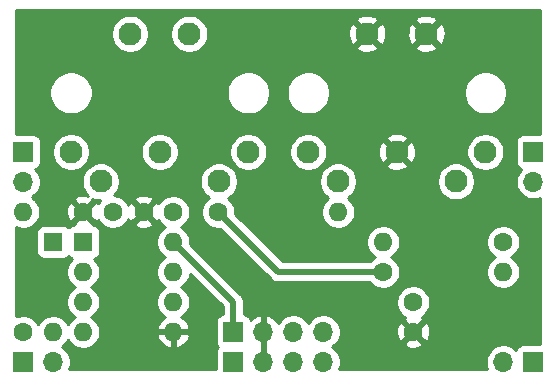
<source format=gbr>
G04 #@! TF.GenerationSoftware,KiCad,Pcbnew,(5.1.5)-3*
G04 #@! TF.CreationDate,2020-09-08T17:50:37-04:00*
G04 #@! TF.ProjectId,breadboard_midi,62726561-6462-46f6-9172-645f6d696469,rev?*
G04 #@! TF.SameCoordinates,Original*
G04 #@! TF.FileFunction,Copper,L2,Bot*
G04 #@! TF.FilePolarity,Positive*
%FSLAX46Y46*%
G04 Gerber Fmt 4.6, Leading zero omitted, Abs format (unit mm)*
G04 Created by KiCad (PCBNEW (5.1.5)-3) date 2020-09-08 17:50:37*
%MOMM*%
%LPD*%
G04 APERTURE LIST*
%ADD10O,1.600000X1.600000*%
%ADD11R,1.600000X1.600000*%
%ADD12O,1.700000X1.700000*%
%ADD13R,1.700000X1.700000*%
%ADD14C,1.950000*%
%ADD15C,1.600000*%
%ADD16C,0.500000*%
%ADD17C,0.254000*%
G04 APERTURE END LIST*
D10*
X129540000Y-111760000D03*
D11*
X129540000Y-104140000D03*
D10*
X139700000Y-104140000D03*
X132080000Y-111760000D03*
X139700000Y-106680000D03*
X132080000Y-109220000D03*
X139700000Y-109220000D03*
X132080000Y-106680000D03*
X139700000Y-111760000D03*
D11*
X132080000Y-104140000D03*
D12*
X129540000Y-114300000D03*
D13*
X127000000Y-114300000D03*
X127000000Y-96520000D03*
D12*
X127000000Y-99060000D03*
D14*
X156130000Y-86520000D03*
X161130000Y-86520000D03*
X166130000Y-96520000D03*
X163630000Y-99020000D03*
X151130000Y-96520000D03*
X153630000Y-99020000D03*
X158630000Y-96520000D03*
D13*
X170180000Y-114300000D03*
D12*
X167640000Y-114300000D03*
X170180000Y-99060000D03*
D13*
X170180000Y-96520000D03*
D10*
X167640000Y-106680000D03*
D15*
X157480000Y-106680000D03*
D10*
X157480000Y-104140000D03*
D15*
X167640000Y-104140000D03*
D10*
X127000000Y-101600000D03*
D15*
X127000000Y-111760000D03*
D10*
X153670000Y-101600000D03*
D15*
X143510000Y-101600000D03*
D12*
X152400000Y-111760000D03*
X149860000Y-111760000D03*
X147320000Y-111760000D03*
D13*
X144780000Y-111760000D03*
D12*
X152400000Y-114300000D03*
X149860000Y-114300000D03*
X147320000Y-114300000D03*
D13*
X144780000Y-114300000D03*
D14*
X136050000Y-86520000D03*
X141050000Y-86520000D03*
X146050000Y-96520000D03*
X143550000Y-99020000D03*
X131050000Y-96520000D03*
X133550000Y-99020000D03*
X138550000Y-96520000D03*
D15*
X160020000Y-109260000D03*
X160020000Y-111760000D03*
X137200000Y-101600000D03*
X139700000Y-101600000D03*
X132080000Y-101600000D03*
X134580000Y-101600000D03*
D16*
X144780000Y-109220000D02*
X139700000Y-104140000D01*
X144780000Y-111760000D02*
X144780000Y-109220000D01*
X148590000Y-106680000D02*
X143510000Y-101600000D01*
X157480000Y-106680000D02*
X148590000Y-106680000D01*
D17*
G36*
X170765000Y-95031928D02*
G01*
X169330000Y-95031928D01*
X169205518Y-95044188D01*
X169085820Y-95080498D01*
X168975506Y-95139463D01*
X168878815Y-95218815D01*
X168799463Y-95315506D01*
X168740498Y-95425820D01*
X168704188Y-95545518D01*
X168691928Y-95670000D01*
X168691928Y-97370000D01*
X168704188Y-97494482D01*
X168740498Y-97614180D01*
X168799463Y-97724494D01*
X168878815Y-97821185D01*
X168975506Y-97900537D01*
X169085820Y-97959502D01*
X169158380Y-97981513D01*
X169026525Y-98113368D01*
X168864010Y-98356589D01*
X168752068Y-98626842D01*
X168695000Y-98913740D01*
X168695000Y-99206260D01*
X168752068Y-99493158D01*
X168864010Y-99763411D01*
X169026525Y-100006632D01*
X169233368Y-100213475D01*
X169476589Y-100375990D01*
X169746842Y-100487932D01*
X170033740Y-100545000D01*
X170326260Y-100545000D01*
X170613158Y-100487932D01*
X170765001Y-100425037D01*
X170765001Y-112811928D01*
X169330000Y-112811928D01*
X169205518Y-112824188D01*
X169085820Y-112860498D01*
X168975506Y-112919463D01*
X168878815Y-112998815D01*
X168799463Y-113095506D01*
X168740498Y-113205820D01*
X168718487Y-113278380D01*
X168586632Y-113146525D01*
X168343411Y-112984010D01*
X168073158Y-112872068D01*
X167786260Y-112815000D01*
X167493740Y-112815000D01*
X167206842Y-112872068D01*
X166936589Y-112984010D01*
X166693368Y-113146525D01*
X166486525Y-113353368D01*
X166324010Y-113596589D01*
X166212068Y-113866842D01*
X166155000Y-114153740D01*
X166155000Y-114446260D01*
X166212068Y-114733158D01*
X166274963Y-114885000D01*
X153765037Y-114885000D01*
X153827932Y-114733158D01*
X153885000Y-114446260D01*
X153885000Y-114153740D01*
X153827932Y-113866842D01*
X153715990Y-113596589D01*
X153553475Y-113353368D01*
X153346632Y-113146525D01*
X153172240Y-113030000D01*
X153346632Y-112913475D01*
X153507405Y-112752702D01*
X159206903Y-112752702D01*
X159278486Y-112996671D01*
X159533996Y-113117571D01*
X159808184Y-113186300D01*
X160090512Y-113200217D01*
X160370130Y-113158787D01*
X160636292Y-113063603D01*
X160761514Y-112996671D01*
X160833097Y-112752702D01*
X160020000Y-111939605D01*
X159206903Y-112752702D01*
X153507405Y-112752702D01*
X153553475Y-112706632D01*
X153715990Y-112463411D01*
X153827932Y-112193158D01*
X153885000Y-111906260D01*
X153885000Y-111830512D01*
X158579783Y-111830512D01*
X158621213Y-112110130D01*
X158716397Y-112376292D01*
X158783329Y-112501514D01*
X159027298Y-112573097D01*
X159840395Y-111760000D01*
X160199605Y-111760000D01*
X161012702Y-112573097D01*
X161256671Y-112501514D01*
X161377571Y-112246004D01*
X161446300Y-111971816D01*
X161460217Y-111689488D01*
X161418787Y-111409870D01*
X161323603Y-111143708D01*
X161256671Y-111018486D01*
X161012702Y-110946903D01*
X160199605Y-111760000D01*
X159840395Y-111760000D01*
X159027298Y-110946903D01*
X158783329Y-111018486D01*
X158662429Y-111273996D01*
X158593700Y-111548184D01*
X158579783Y-111830512D01*
X153885000Y-111830512D01*
X153885000Y-111613740D01*
X153827932Y-111326842D01*
X153715990Y-111056589D01*
X153553475Y-110813368D01*
X153346632Y-110606525D01*
X153103411Y-110444010D01*
X152833158Y-110332068D01*
X152546260Y-110275000D01*
X152253740Y-110275000D01*
X151966842Y-110332068D01*
X151696589Y-110444010D01*
X151453368Y-110606525D01*
X151246525Y-110813368D01*
X151130000Y-110987760D01*
X151013475Y-110813368D01*
X150806632Y-110606525D01*
X150563411Y-110444010D01*
X150293158Y-110332068D01*
X150006260Y-110275000D01*
X149713740Y-110275000D01*
X149426842Y-110332068D01*
X149156589Y-110444010D01*
X148913368Y-110606525D01*
X148706525Y-110813368D01*
X148584805Y-110995534D01*
X148515178Y-110878645D01*
X148320269Y-110662412D01*
X148086920Y-110488359D01*
X147824099Y-110363175D01*
X147676890Y-110318524D01*
X147447000Y-110439845D01*
X147447000Y-111633000D01*
X147467000Y-111633000D01*
X147467000Y-111887000D01*
X147447000Y-111887000D01*
X147447000Y-114173000D01*
X147467000Y-114173000D01*
X147467000Y-114427000D01*
X147447000Y-114427000D01*
X147447000Y-114447000D01*
X147193000Y-114447000D01*
X147193000Y-114427000D01*
X147173000Y-114427000D01*
X147173000Y-114173000D01*
X147193000Y-114173000D01*
X147193000Y-111887000D01*
X147173000Y-111887000D01*
X147173000Y-111633000D01*
X147193000Y-111633000D01*
X147193000Y-110439845D01*
X146963110Y-110318524D01*
X146815901Y-110363175D01*
X146553080Y-110488359D01*
X146319731Y-110662412D01*
X146243966Y-110746466D01*
X146219502Y-110665820D01*
X146160537Y-110555506D01*
X146081185Y-110458815D01*
X145984494Y-110379463D01*
X145874180Y-110320498D01*
X145754482Y-110284188D01*
X145665000Y-110275375D01*
X145665000Y-109263469D01*
X145669281Y-109220000D01*
X145665000Y-109176531D01*
X145665000Y-109176523D01*
X145659302Y-109118665D01*
X158585000Y-109118665D01*
X158585000Y-109401335D01*
X158640147Y-109678574D01*
X158748320Y-109939727D01*
X158905363Y-110174759D01*
X159105241Y-110374637D01*
X159305869Y-110508692D01*
X159278486Y-110523329D01*
X159206903Y-110767298D01*
X160020000Y-111580395D01*
X160833097Y-110767298D01*
X160761514Y-110523329D01*
X160732659Y-110509676D01*
X160934759Y-110374637D01*
X161134637Y-110174759D01*
X161291680Y-109939727D01*
X161399853Y-109678574D01*
X161455000Y-109401335D01*
X161455000Y-109118665D01*
X161399853Y-108841426D01*
X161291680Y-108580273D01*
X161134637Y-108345241D01*
X160934759Y-108145363D01*
X160699727Y-107988320D01*
X160438574Y-107880147D01*
X160161335Y-107825000D01*
X159878665Y-107825000D01*
X159601426Y-107880147D01*
X159340273Y-107988320D01*
X159105241Y-108145363D01*
X158905363Y-108345241D01*
X158748320Y-108580273D01*
X158640147Y-108841426D01*
X158585000Y-109118665D01*
X145659302Y-109118665D01*
X145652195Y-109046510D01*
X145601589Y-108879687D01*
X145519411Y-108725941D01*
X145408817Y-108591183D01*
X145375049Y-108563470D01*
X141128017Y-104316439D01*
X141135000Y-104281335D01*
X141135000Y-103998665D01*
X141079853Y-103721426D01*
X140971680Y-103460273D01*
X140814637Y-103225241D01*
X140614759Y-103025363D01*
X140382241Y-102870000D01*
X140614759Y-102714637D01*
X140814637Y-102514759D01*
X140971680Y-102279727D01*
X141079853Y-102018574D01*
X141135000Y-101741335D01*
X141135000Y-101458665D01*
X141079853Y-101181426D01*
X140971680Y-100920273D01*
X140814637Y-100685241D01*
X140614759Y-100485363D01*
X140379727Y-100328320D01*
X140118574Y-100220147D01*
X139841335Y-100165000D01*
X139558665Y-100165000D01*
X139281426Y-100220147D01*
X139020273Y-100328320D01*
X138785241Y-100485363D01*
X138585363Y-100685241D01*
X138451308Y-100885869D01*
X138436671Y-100858486D01*
X138192702Y-100786903D01*
X137379605Y-101600000D01*
X138192702Y-102413097D01*
X138436671Y-102341514D01*
X138450324Y-102312659D01*
X138585363Y-102514759D01*
X138785241Y-102714637D01*
X139017759Y-102870000D01*
X138785241Y-103025363D01*
X138585363Y-103225241D01*
X138428320Y-103460273D01*
X138320147Y-103721426D01*
X138265000Y-103998665D01*
X138265000Y-104281335D01*
X138320147Y-104558574D01*
X138428320Y-104819727D01*
X138585363Y-105054759D01*
X138785241Y-105254637D01*
X139017759Y-105410000D01*
X138785241Y-105565363D01*
X138585363Y-105765241D01*
X138428320Y-106000273D01*
X138320147Y-106261426D01*
X138265000Y-106538665D01*
X138265000Y-106821335D01*
X138320147Y-107098574D01*
X138428320Y-107359727D01*
X138585363Y-107594759D01*
X138785241Y-107794637D01*
X139017759Y-107950000D01*
X138785241Y-108105363D01*
X138585363Y-108305241D01*
X138428320Y-108540273D01*
X138320147Y-108801426D01*
X138265000Y-109078665D01*
X138265000Y-109361335D01*
X138320147Y-109638574D01*
X138428320Y-109899727D01*
X138585363Y-110134759D01*
X138785241Y-110334637D01*
X139020273Y-110491680D01*
X139030865Y-110496067D01*
X138844869Y-110607615D01*
X138636481Y-110796586D01*
X138468963Y-111022580D01*
X138348754Y-111276913D01*
X138308096Y-111410961D01*
X138430085Y-111633000D01*
X139573000Y-111633000D01*
X139573000Y-111613000D01*
X139827000Y-111613000D01*
X139827000Y-111633000D01*
X140969915Y-111633000D01*
X141091904Y-111410961D01*
X141051246Y-111276913D01*
X140931037Y-111022580D01*
X140763519Y-110796586D01*
X140555131Y-110607615D01*
X140369135Y-110496067D01*
X140379727Y-110491680D01*
X140614759Y-110334637D01*
X140814637Y-110134759D01*
X140971680Y-109899727D01*
X141079853Y-109638574D01*
X141135000Y-109361335D01*
X141135000Y-109078665D01*
X141079853Y-108801426D01*
X140971680Y-108540273D01*
X140814637Y-108305241D01*
X140614759Y-108105363D01*
X140382241Y-107950000D01*
X140614759Y-107794637D01*
X140814637Y-107594759D01*
X140971680Y-107359727D01*
X141079853Y-107098574D01*
X141134130Y-106825708D01*
X143895001Y-109586580D01*
X143895001Y-110275375D01*
X143805518Y-110284188D01*
X143685820Y-110320498D01*
X143575506Y-110379463D01*
X143478815Y-110458815D01*
X143399463Y-110555506D01*
X143340498Y-110665820D01*
X143304188Y-110785518D01*
X143291928Y-110910000D01*
X143291928Y-112610000D01*
X143304188Y-112734482D01*
X143340498Y-112854180D01*
X143399463Y-112964494D01*
X143453222Y-113030000D01*
X143399463Y-113095506D01*
X143340498Y-113205820D01*
X143304188Y-113325518D01*
X143291928Y-113450000D01*
X143291928Y-114885000D01*
X130905037Y-114885000D01*
X130967932Y-114733158D01*
X131025000Y-114446260D01*
X131025000Y-114153740D01*
X130967932Y-113866842D01*
X130855990Y-113596589D01*
X130693475Y-113353368D01*
X130486632Y-113146525D01*
X130267241Y-112999932D01*
X130454759Y-112874637D01*
X130654637Y-112674759D01*
X130810000Y-112442241D01*
X130965363Y-112674759D01*
X131165241Y-112874637D01*
X131400273Y-113031680D01*
X131661426Y-113139853D01*
X131938665Y-113195000D01*
X132221335Y-113195000D01*
X132498574Y-113139853D01*
X132759727Y-113031680D01*
X132994759Y-112874637D01*
X133194637Y-112674759D01*
X133351680Y-112439727D01*
X133459853Y-112178574D01*
X133473684Y-112109039D01*
X138308096Y-112109039D01*
X138348754Y-112243087D01*
X138468963Y-112497420D01*
X138636481Y-112723414D01*
X138844869Y-112912385D01*
X139086119Y-113057070D01*
X139350960Y-113151909D01*
X139573000Y-113030624D01*
X139573000Y-111887000D01*
X139827000Y-111887000D01*
X139827000Y-113030624D01*
X140049040Y-113151909D01*
X140313881Y-113057070D01*
X140555131Y-112912385D01*
X140763519Y-112723414D01*
X140931037Y-112497420D01*
X141051246Y-112243087D01*
X141091904Y-112109039D01*
X140969915Y-111887000D01*
X139827000Y-111887000D01*
X139573000Y-111887000D01*
X138430085Y-111887000D01*
X138308096Y-112109039D01*
X133473684Y-112109039D01*
X133515000Y-111901335D01*
X133515000Y-111618665D01*
X133459853Y-111341426D01*
X133351680Y-111080273D01*
X133194637Y-110845241D01*
X132994759Y-110645363D01*
X132762241Y-110490000D01*
X132994759Y-110334637D01*
X133194637Y-110134759D01*
X133351680Y-109899727D01*
X133459853Y-109638574D01*
X133515000Y-109361335D01*
X133515000Y-109078665D01*
X133459853Y-108801426D01*
X133351680Y-108540273D01*
X133194637Y-108305241D01*
X132994759Y-108105363D01*
X132762241Y-107950000D01*
X132994759Y-107794637D01*
X133194637Y-107594759D01*
X133351680Y-107359727D01*
X133459853Y-107098574D01*
X133515000Y-106821335D01*
X133515000Y-106538665D01*
X133459853Y-106261426D01*
X133351680Y-106000273D01*
X133194637Y-105765241D01*
X132996039Y-105566643D01*
X133004482Y-105565812D01*
X133124180Y-105529502D01*
X133234494Y-105470537D01*
X133331185Y-105391185D01*
X133410537Y-105294494D01*
X133469502Y-105184180D01*
X133505812Y-105064482D01*
X133518072Y-104940000D01*
X133518072Y-103340000D01*
X133505812Y-103215518D01*
X133469502Y-103095820D01*
X133410537Y-102985506D01*
X133331185Y-102888815D01*
X133234494Y-102809463D01*
X133124180Y-102750498D01*
X133004482Y-102714188D01*
X132880000Y-102701928D01*
X132861049Y-102701928D01*
X132893097Y-102592702D01*
X132080000Y-101779605D01*
X131266903Y-102592702D01*
X131298951Y-102701928D01*
X131280000Y-102701928D01*
X131155518Y-102714188D01*
X131035820Y-102750498D01*
X130925506Y-102809463D01*
X130828815Y-102888815D01*
X130810000Y-102911741D01*
X130791185Y-102888815D01*
X130694494Y-102809463D01*
X130584180Y-102750498D01*
X130464482Y-102714188D01*
X130340000Y-102701928D01*
X128740000Y-102701928D01*
X128615518Y-102714188D01*
X128495820Y-102750498D01*
X128385506Y-102809463D01*
X128288815Y-102888815D01*
X128209463Y-102985506D01*
X128150498Y-103095820D01*
X128114188Y-103215518D01*
X128101928Y-103340000D01*
X128101928Y-104940000D01*
X128114188Y-105064482D01*
X128150498Y-105184180D01*
X128209463Y-105294494D01*
X128288815Y-105391185D01*
X128385506Y-105470537D01*
X128495820Y-105529502D01*
X128615518Y-105565812D01*
X128740000Y-105578072D01*
X130340000Y-105578072D01*
X130464482Y-105565812D01*
X130584180Y-105529502D01*
X130694494Y-105470537D01*
X130791185Y-105391185D01*
X130810000Y-105368259D01*
X130828815Y-105391185D01*
X130925506Y-105470537D01*
X131035820Y-105529502D01*
X131155518Y-105565812D01*
X131163961Y-105566643D01*
X130965363Y-105765241D01*
X130808320Y-106000273D01*
X130700147Y-106261426D01*
X130645000Y-106538665D01*
X130645000Y-106821335D01*
X130700147Y-107098574D01*
X130808320Y-107359727D01*
X130965363Y-107594759D01*
X131165241Y-107794637D01*
X131397759Y-107950000D01*
X131165241Y-108105363D01*
X130965363Y-108305241D01*
X130808320Y-108540273D01*
X130700147Y-108801426D01*
X130645000Y-109078665D01*
X130645000Y-109361335D01*
X130700147Y-109638574D01*
X130808320Y-109899727D01*
X130965363Y-110134759D01*
X131165241Y-110334637D01*
X131397759Y-110490000D01*
X131165241Y-110645363D01*
X130965363Y-110845241D01*
X130810000Y-111077759D01*
X130654637Y-110845241D01*
X130454759Y-110645363D01*
X130219727Y-110488320D01*
X129958574Y-110380147D01*
X129681335Y-110325000D01*
X129398665Y-110325000D01*
X129121426Y-110380147D01*
X128860273Y-110488320D01*
X128625241Y-110645363D01*
X128425363Y-110845241D01*
X128270000Y-111077759D01*
X128114637Y-110845241D01*
X127914759Y-110645363D01*
X127679727Y-110488320D01*
X127418574Y-110380147D01*
X127141335Y-110325000D01*
X126858665Y-110325000D01*
X126581426Y-110380147D01*
X126415000Y-110449083D01*
X126415000Y-102910917D01*
X126581426Y-102979853D01*
X126858665Y-103035000D01*
X127141335Y-103035000D01*
X127418574Y-102979853D01*
X127679727Y-102871680D01*
X127914759Y-102714637D01*
X128114637Y-102514759D01*
X128271680Y-102279727D01*
X128379853Y-102018574D01*
X128435000Y-101741335D01*
X128435000Y-101670512D01*
X130639783Y-101670512D01*
X130681213Y-101950130D01*
X130776397Y-102216292D01*
X130843329Y-102341514D01*
X131087298Y-102413097D01*
X131900395Y-101600000D01*
X131087298Y-100786903D01*
X130843329Y-100858486D01*
X130722429Y-101113996D01*
X130653700Y-101388184D01*
X130639783Y-101670512D01*
X128435000Y-101670512D01*
X128435000Y-101458665D01*
X128379853Y-101181426D01*
X128271680Y-100920273D01*
X128114637Y-100685241D01*
X128036694Y-100607298D01*
X131266903Y-100607298D01*
X132080000Y-101420395D01*
X132893097Y-100607298D01*
X132854104Y-100474402D01*
X133080380Y-100568129D01*
X133391429Y-100630000D01*
X133520604Y-100630000D01*
X133465363Y-100685241D01*
X133331308Y-100885869D01*
X133316671Y-100858486D01*
X133072702Y-100786903D01*
X132259605Y-101600000D01*
X133072702Y-102413097D01*
X133316671Y-102341514D01*
X133330324Y-102312659D01*
X133465363Y-102514759D01*
X133665241Y-102714637D01*
X133900273Y-102871680D01*
X134161426Y-102979853D01*
X134438665Y-103035000D01*
X134721335Y-103035000D01*
X134998574Y-102979853D01*
X135259727Y-102871680D01*
X135494759Y-102714637D01*
X135616694Y-102592702D01*
X136386903Y-102592702D01*
X136458486Y-102836671D01*
X136713996Y-102957571D01*
X136988184Y-103026300D01*
X137270512Y-103040217D01*
X137550130Y-102998787D01*
X137816292Y-102903603D01*
X137941514Y-102836671D01*
X138013097Y-102592702D01*
X137200000Y-101779605D01*
X136386903Y-102592702D01*
X135616694Y-102592702D01*
X135694637Y-102514759D01*
X135851680Y-102279727D01*
X135887852Y-102192399D01*
X135896397Y-102216292D01*
X135963329Y-102341514D01*
X136207298Y-102413097D01*
X137020395Y-101600000D01*
X136207298Y-100786903D01*
X135963329Y-100858486D01*
X135890149Y-101013145D01*
X135851680Y-100920273D01*
X135694637Y-100685241D01*
X135616694Y-100607298D01*
X136386903Y-100607298D01*
X137200000Y-101420395D01*
X138013097Y-100607298D01*
X137941514Y-100363329D01*
X137686004Y-100242429D01*
X137411816Y-100173700D01*
X137129488Y-100159783D01*
X136849870Y-100201213D01*
X136583708Y-100296397D01*
X136458486Y-100363329D01*
X136386903Y-100607298D01*
X135616694Y-100607298D01*
X135494759Y-100485363D01*
X135259727Y-100328320D01*
X134998574Y-100220147D01*
X134721335Y-100165000D01*
X134681884Y-100165000D01*
X134800569Y-100046315D01*
X134976763Y-99782621D01*
X135098129Y-99489620D01*
X135160000Y-99178571D01*
X135160000Y-98861429D01*
X141940000Y-98861429D01*
X141940000Y-99178571D01*
X142001871Y-99489620D01*
X142123237Y-99782621D01*
X142299431Y-100046315D01*
X142523685Y-100270569D01*
X142720195Y-100401872D01*
X142595241Y-100485363D01*
X142395363Y-100685241D01*
X142238320Y-100920273D01*
X142130147Y-101181426D01*
X142075000Y-101458665D01*
X142075000Y-101741335D01*
X142130147Y-102018574D01*
X142238320Y-102279727D01*
X142395363Y-102514759D01*
X142595241Y-102714637D01*
X142830273Y-102871680D01*
X143091426Y-102979853D01*
X143368665Y-103035000D01*
X143651335Y-103035000D01*
X143686439Y-103028017D01*
X147933470Y-107275049D01*
X147961183Y-107308817D01*
X147994951Y-107336530D01*
X147994953Y-107336532D01*
X148023216Y-107359727D01*
X148095941Y-107419411D01*
X148249687Y-107501589D01*
X148416510Y-107552195D01*
X148546523Y-107565000D01*
X148546531Y-107565000D01*
X148590000Y-107569281D01*
X148633469Y-107565000D01*
X156345479Y-107565000D01*
X156365363Y-107594759D01*
X156565241Y-107794637D01*
X156800273Y-107951680D01*
X157061426Y-108059853D01*
X157338665Y-108115000D01*
X157621335Y-108115000D01*
X157898574Y-108059853D01*
X158159727Y-107951680D01*
X158394759Y-107794637D01*
X158594637Y-107594759D01*
X158751680Y-107359727D01*
X158859853Y-107098574D01*
X158915000Y-106821335D01*
X158915000Y-106538665D01*
X158859853Y-106261426D01*
X158751680Y-106000273D01*
X158594637Y-105765241D01*
X158394759Y-105565363D01*
X158162241Y-105410000D01*
X158394759Y-105254637D01*
X158594637Y-105054759D01*
X158751680Y-104819727D01*
X158859853Y-104558574D01*
X158915000Y-104281335D01*
X158915000Y-103998665D01*
X166205000Y-103998665D01*
X166205000Y-104281335D01*
X166260147Y-104558574D01*
X166368320Y-104819727D01*
X166525363Y-105054759D01*
X166725241Y-105254637D01*
X166957759Y-105410000D01*
X166725241Y-105565363D01*
X166525363Y-105765241D01*
X166368320Y-106000273D01*
X166260147Y-106261426D01*
X166205000Y-106538665D01*
X166205000Y-106821335D01*
X166260147Y-107098574D01*
X166368320Y-107359727D01*
X166525363Y-107594759D01*
X166725241Y-107794637D01*
X166960273Y-107951680D01*
X167221426Y-108059853D01*
X167498665Y-108115000D01*
X167781335Y-108115000D01*
X168058574Y-108059853D01*
X168319727Y-107951680D01*
X168554759Y-107794637D01*
X168754637Y-107594759D01*
X168911680Y-107359727D01*
X169019853Y-107098574D01*
X169075000Y-106821335D01*
X169075000Y-106538665D01*
X169019853Y-106261426D01*
X168911680Y-106000273D01*
X168754637Y-105765241D01*
X168554759Y-105565363D01*
X168322241Y-105410000D01*
X168554759Y-105254637D01*
X168754637Y-105054759D01*
X168911680Y-104819727D01*
X169019853Y-104558574D01*
X169075000Y-104281335D01*
X169075000Y-103998665D01*
X169019853Y-103721426D01*
X168911680Y-103460273D01*
X168754637Y-103225241D01*
X168554759Y-103025363D01*
X168319727Y-102868320D01*
X168058574Y-102760147D01*
X167781335Y-102705000D01*
X167498665Y-102705000D01*
X167221426Y-102760147D01*
X166960273Y-102868320D01*
X166725241Y-103025363D01*
X166525363Y-103225241D01*
X166368320Y-103460273D01*
X166260147Y-103721426D01*
X166205000Y-103998665D01*
X158915000Y-103998665D01*
X158859853Y-103721426D01*
X158751680Y-103460273D01*
X158594637Y-103225241D01*
X158394759Y-103025363D01*
X158159727Y-102868320D01*
X157898574Y-102760147D01*
X157621335Y-102705000D01*
X157338665Y-102705000D01*
X157061426Y-102760147D01*
X156800273Y-102868320D01*
X156565241Y-103025363D01*
X156365363Y-103225241D01*
X156208320Y-103460273D01*
X156100147Y-103721426D01*
X156045000Y-103998665D01*
X156045000Y-104281335D01*
X156100147Y-104558574D01*
X156208320Y-104819727D01*
X156365363Y-105054759D01*
X156565241Y-105254637D01*
X156797759Y-105410000D01*
X156565241Y-105565363D01*
X156365363Y-105765241D01*
X156345479Y-105795000D01*
X148956579Y-105795000D01*
X144938017Y-101776439D01*
X144945000Y-101741335D01*
X144945000Y-101458665D01*
X144889853Y-101181426D01*
X144781680Y-100920273D01*
X144624637Y-100685241D01*
X144424759Y-100485363D01*
X144339805Y-100428599D01*
X144576315Y-100270569D01*
X144800569Y-100046315D01*
X144976763Y-99782621D01*
X145098129Y-99489620D01*
X145160000Y-99178571D01*
X145160000Y-98861429D01*
X152020000Y-98861429D01*
X152020000Y-99178571D01*
X152081871Y-99489620D01*
X152203237Y-99782621D01*
X152379431Y-100046315D01*
X152603685Y-100270569D01*
X152840195Y-100428599D01*
X152755241Y-100485363D01*
X152555363Y-100685241D01*
X152398320Y-100920273D01*
X152290147Y-101181426D01*
X152235000Y-101458665D01*
X152235000Y-101741335D01*
X152290147Y-102018574D01*
X152398320Y-102279727D01*
X152555363Y-102514759D01*
X152755241Y-102714637D01*
X152990273Y-102871680D01*
X153251426Y-102979853D01*
X153528665Y-103035000D01*
X153811335Y-103035000D01*
X154088574Y-102979853D01*
X154349727Y-102871680D01*
X154584759Y-102714637D01*
X154784637Y-102514759D01*
X154941680Y-102279727D01*
X155049853Y-102018574D01*
X155105000Y-101741335D01*
X155105000Y-101458665D01*
X155049853Y-101181426D01*
X154941680Y-100920273D01*
X154784637Y-100685241D01*
X154584759Y-100485363D01*
X154459805Y-100401872D01*
X154656315Y-100270569D01*
X154880569Y-100046315D01*
X155056763Y-99782621D01*
X155178129Y-99489620D01*
X155240000Y-99178571D01*
X155240000Y-98861429D01*
X162020000Y-98861429D01*
X162020000Y-99178571D01*
X162081871Y-99489620D01*
X162203237Y-99782621D01*
X162379431Y-100046315D01*
X162603685Y-100270569D01*
X162867379Y-100446763D01*
X163160380Y-100568129D01*
X163471429Y-100630000D01*
X163788571Y-100630000D01*
X164099620Y-100568129D01*
X164392621Y-100446763D01*
X164656315Y-100270569D01*
X164880569Y-100046315D01*
X165056763Y-99782621D01*
X165178129Y-99489620D01*
X165240000Y-99178571D01*
X165240000Y-98861429D01*
X165178129Y-98550380D01*
X165056763Y-98257379D01*
X164880569Y-97993685D01*
X164656315Y-97769431D01*
X164392621Y-97593237D01*
X164099620Y-97471871D01*
X163788571Y-97410000D01*
X163471429Y-97410000D01*
X163160380Y-97471871D01*
X162867379Y-97593237D01*
X162603685Y-97769431D01*
X162379431Y-97993685D01*
X162203237Y-98257379D01*
X162081871Y-98550380D01*
X162020000Y-98861429D01*
X155240000Y-98861429D01*
X155178129Y-98550380D01*
X155056763Y-98257379D01*
X154880569Y-97993685D01*
X154656315Y-97769431D01*
X154458992Y-97637584D01*
X157692021Y-97637584D01*
X157784766Y-97899429D01*
X158070120Y-98037820D01*
X158376990Y-98117883D01*
X158693584Y-98136540D01*
X159007733Y-98093074D01*
X159307367Y-97989156D01*
X159475234Y-97899429D01*
X159567979Y-97637584D01*
X158630000Y-96699605D01*
X157692021Y-97637584D01*
X154458992Y-97637584D01*
X154392621Y-97593237D01*
X154099620Y-97471871D01*
X153788571Y-97410000D01*
X153471429Y-97410000D01*
X153160380Y-97471871D01*
X152867379Y-97593237D01*
X152603685Y-97769431D01*
X152379431Y-97993685D01*
X152203237Y-98257379D01*
X152081871Y-98550380D01*
X152020000Y-98861429D01*
X145160000Y-98861429D01*
X145098129Y-98550380D01*
X144976763Y-98257379D01*
X144800569Y-97993685D01*
X144576315Y-97769431D01*
X144312621Y-97593237D01*
X144019620Y-97471871D01*
X143708571Y-97410000D01*
X143391429Y-97410000D01*
X143080380Y-97471871D01*
X142787379Y-97593237D01*
X142523685Y-97769431D01*
X142299431Y-97993685D01*
X142123237Y-98257379D01*
X142001871Y-98550380D01*
X141940000Y-98861429D01*
X135160000Y-98861429D01*
X135098129Y-98550380D01*
X134976763Y-98257379D01*
X134800569Y-97993685D01*
X134576315Y-97769431D01*
X134312621Y-97593237D01*
X134019620Y-97471871D01*
X133708571Y-97410000D01*
X133391429Y-97410000D01*
X133080380Y-97471871D01*
X132787379Y-97593237D01*
X132523685Y-97769431D01*
X132299431Y-97993685D01*
X132123237Y-98257379D01*
X132001871Y-98550380D01*
X131940000Y-98861429D01*
X131940000Y-99178571D01*
X132001871Y-99489620D01*
X132123237Y-99782621D01*
X132299431Y-100046315D01*
X132471975Y-100218859D01*
X132291816Y-100173700D01*
X132009488Y-100159783D01*
X131729870Y-100201213D01*
X131463708Y-100296397D01*
X131338486Y-100363329D01*
X131266903Y-100607298D01*
X128036694Y-100607298D01*
X127914759Y-100485363D01*
X127727241Y-100360068D01*
X127946632Y-100213475D01*
X128153475Y-100006632D01*
X128315990Y-99763411D01*
X128427932Y-99493158D01*
X128485000Y-99206260D01*
X128485000Y-98913740D01*
X128427932Y-98626842D01*
X128315990Y-98356589D01*
X128153475Y-98113368D01*
X128021620Y-97981513D01*
X128094180Y-97959502D01*
X128204494Y-97900537D01*
X128301185Y-97821185D01*
X128380537Y-97724494D01*
X128439502Y-97614180D01*
X128475812Y-97494482D01*
X128488072Y-97370000D01*
X128488072Y-96361429D01*
X129440000Y-96361429D01*
X129440000Y-96678571D01*
X129501871Y-96989620D01*
X129623237Y-97282621D01*
X129799431Y-97546315D01*
X130023685Y-97770569D01*
X130287379Y-97946763D01*
X130580380Y-98068129D01*
X130891429Y-98130000D01*
X131208571Y-98130000D01*
X131519620Y-98068129D01*
X131812621Y-97946763D01*
X132076315Y-97770569D01*
X132300569Y-97546315D01*
X132476763Y-97282621D01*
X132598129Y-96989620D01*
X132660000Y-96678571D01*
X132660000Y-96361429D01*
X136940000Y-96361429D01*
X136940000Y-96678571D01*
X137001871Y-96989620D01*
X137123237Y-97282621D01*
X137299431Y-97546315D01*
X137523685Y-97770569D01*
X137787379Y-97946763D01*
X138080380Y-98068129D01*
X138391429Y-98130000D01*
X138708571Y-98130000D01*
X139019620Y-98068129D01*
X139312621Y-97946763D01*
X139576315Y-97770569D01*
X139800569Y-97546315D01*
X139976763Y-97282621D01*
X140098129Y-96989620D01*
X140160000Y-96678571D01*
X140160000Y-96361429D01*
X144440000Y-96361429D01*
X144440000Y-96678571D01*
X144501871Y-96989620D01*
X144623237Y-97282621D01*
X144799431Y-97546315D01*
X145023685Y-97770569D01*
X145287379Y-97946763D01*
X145580380Y-98068129D01*
X145891429Y-98130000D01*
X146208571Y-98130000D01*
X146519620Y-98068129D01*
X146812621Y-97946763D01*
X147076315Y-97770569D01*
X147300569Y-97546315D01*
X147476763Y-97282621D01*
X147598129Y-96989620D01*
X147660000Y-96678571D01*
X147660000Y-96361429D01*
X149520000Y-96361429D01*
X149520000Y-96678571D01*
X149581871Y-96989620D01*
X149703237Y-97282621D01*
X149879431Y-97546315D01*
X150103685Y-97770569D01*
X150367379Y-97946763D01*
X150660380Y-98068129D01*
X150971429Y-98130000D01*
X151288571Y-98130000D01*
X151599620Y-98068129D01*
X151892621Y-97946763D01*
X152156315Y-97770569D01*
X152380569Y-97546315D01*
X152556763Y-97282621D01*
X152678129Y-96989620D01*
X152740000Y-96678571D01*
X152740000Y-96583584D01*
X157013460Y-96583584D01*
X157056926Y-96897733D01*
X157160844Y-97197367D01*
X157250571Y-97365234D01*
X157512416Y-97457979D01*
X158450395Y-96520000D01*
X158809605Y-96520000D01*
X159747584Y-97457979D01*
X160009429Y-97365234D01*
X160147820Y-97079880D01*
X160227883Y-96773010D01*
X160246540Y-96456416D01*
X160233398Y-96361429D01*
X164520000Y-96361429D01*
X164520000Y-96678571D01*
X164581871Y-96989620D01*
X164703237Y-97282621D01*
X164879431Y-97546315D01*
X165103685Y-97770569D01*
X165367379Y-97946763D01*
X165660380Y-98068129D01*
X165971429Y-98130000D01*
X166288571Y-98130000D01*
X166599620Y-98068129D01*
X166892621Y-97946763D01*
X167156315Y-97770569D01*
X167380569Y-97546315D01*
X167556763Y-97282621D01*
X167678129Y-96989620D01*
X167740000Y-96678571D01*
X167740000Y-96361429D01*
X167678129Y-96050380D01*
X167556763Y-95757379D01*
X167380569Y-95493685D01*
X167156315Y-95269431D01*
X166892621Y-95093237D01*
X166599620Y-94971871D01*
X166288571Y-94910000D01*
X165971429Y-94910000D01*
X165660380Y-94971871D01*
X165367379Y-95093237D01*
X165103685Y-95269431D01*
X164879431Y-95493685D01*
X164703237Y-95757379D01*
X164581871Y-96050380D01*
X164520000Y-96361429D01*
X160233398Y-96361429D01*
X160203074Y-96142267D01*
X160099156Y-95842633D01*
X160009429Y-95674766D01*
X159747584Y-95582021D01*
X158809605Y-96520000D01*
X158450395Y-96520000D01*
X157512416Y-95582021D01*
X157250571Y-95674766D01*
X157112180Y-95960120D01*
X157032117Y-96266990D01*
X157013460Y-96583584D01*
X152740000Y-96583584D01*
X152740000Y-96361429D01*
X152678129Y-96050380D01*
X152556763Y-95757379D01*
X152380569Y-95493685D01*
X152289300Y-95402416D01*
X157692021Y-95402416D01*
X158630000Y-96340395D01*
X159567979Y-95402416D01*
X159475234Y-95140571D01*
X159189880Y-95002180D01*
X158883010Y-94922117D01*
X158566416Y-94903460D01*
X158252267Y-94946926D01*
X157952633Y-95050844D01*
X157784766Y-95140571D01*
X157692021Y-95402416D01*
X152289300Y-95402416D01*
X152156315Y-95269431D01*
X151892621Y-95093237D01*
X151599620Y-94971871D01*
X151288571Y-94910000D01*
X150971429Y-94910000D01*
X150660380Y-94971871D01*
X150367379Y-95093237D01*
X150103685Y-95269431D01*
X149879431Y-95493685D01*
X149703237Y-95757379D01*
X149581871Y-96050380D01*
X149520000Y-96361429D01*
X147660000Y-96361429D01*
X147598129Y-96050380D01*
X147476763Y-95757379D01*
X147300569Y-95493685D01*
X147076315Y-95269431D01*
X146812621Y-95093237D01*
X146519620Y-94971871D01*
X146208571Y-94910000D01*
X145891429Y-94910000D01*
X145580380Y-94971871D01*
X145287379Y-95093237D01*
X145023685Y-95269431D01*
X144799431Y-95493685D01*
X144623237Y-95757379D01*
X144501871Y-96050380D01*
X144440000Y-96361429D01*
X140160000Y-96361429D01*
X140098129Y-96050380D01*
X139976763Y-95757379D01*
X139800569Y-95493685D01*
X139576315Y-95269431D01*
X139312621Y-95093237D01*
X139019620Y-94971871D01*
X138708571Y-94910000D01*
X138391429Y-94910000D01*
X138080380Y-94971871D01*
X137787379Y-95093237D01*
X137523685Y-95269431D01*
X137299431Y-95493685D01*
X137123237Y-95757379D01*
X137001871Y-96050380D01*
X136940000Y-96361429D01*
X132660000Y-96361429D01*
X132598129Y-96050380D01*
X132476763Y-95757379D01*
X132300569Y-95493685D01*
X132076315Y-95269431D01*
X131812621Y-95093237D01*
X131519620Y-94971871D01*
X131208571Y-94910000D01*
X130891429Y-94910000D01*
X130580380Y-94971871D01*
X130287379Y-95093237D01*
X130023685Y-95269431D01*
X129799431Y-95493685D01*
X129623237Y-95757379D01*
X129501871Y-96050380D01*
X129440000Y-96361429D01*
X128488072Y-96361429D01*
X128488072Y-95670000D01*
X128475812Y-95545518D01*
X128439502Y-95425820D01*
X128380537Y-95315506D01*
X128301185Y-95218815D01*
X128204494Y-95139463D01*
X128094180Y-95080498D01*
X127974482Y-95044188D01*
X127850000Y-95031928D01*
X126415000Y-95031928D01*
X126415000Y-91339268D01*
X129215000Y-91339268D01*
X129215000Y-91700732D01*
X129285518Y-92055250D01*
X129423844Y-92389199D01*
X129624662Y-92689744D01*
X129880256Y-92945338D01*
X130180801Y-93146156D01*
X130514750Y-93284482D01*
X130869268Y-93355000D01*
X131230732Y-93355000D01*
X131585250Y-93284482D01*
X131919199Y-93146156D01*
X132219744Y-92945338D01*
X132475338Y-92689744D01*
X132676156Y-92389199D01*
X132814482Y-92055250D01*
X132885000Y-91700732D01*
X132885000Y-91339268D01*
X144215000Y-91339268D01*
X144215000Y-91700732D01*
X144285518Y-92055250D01*
X144423844Y-92389199D01*
X144624662Y-92689744D01*
X144880256Y-92945338D01*
X145180801Y-93146156D01*
X145514750Y-93284482D01*
X145869268Y-93355000D01*
X146230732Y-93355000D01*
X146585250Y-93284482D01*
X146919199Y-93146156D01*
X147219744Y-92945338D01*
X147475338Y-92689744D01*
X147676156Y-92389199D01*
X147814482Y-92055250D01*
X147885000Y-91700732D01*
X147885000Y-91339268D01*
X149295000Y-91339268D01*
X149295000Y-91700732D01*
X149365518Y-92055250D01*
X149503844Y-92389199D01*
X149704662Y-92689744D01*
X149960256Y-92945338D01*
X150260801Y-93146156D01*
X150594750Y-93284482D01*
X150949268Y-93355000D01*
X151310732Y-93355000D01*
X151665250Y-93284482D01*
X151999199Y-93146156D01*
X152299744Y-92945338D01*
X152555338Y-92689744D01*
X152756156Y-92389199D01*
X152894482Y-92055250D01*
X152965000Y-91700732D01*
X152965000Y-91339268D01*
X164295000Y-91339268D01*
X164295000Y-91700732D01*
X164365518Y-92055250D01*
X164503844Y-92389199D01*
X164704662Y-92689744D01*
X164960256Y-92945338D01*
X165260801Y-93146156D01*
X165594750Y-93284482D01*
X165949268Y-93355000D01*
X166310732Y-93355000D01*
X166665250Y-93284482D01*
X166999199Y-93146156D01*
X167299744Y-92945338D01*
X167555338Y-92689744D01*
X167756156Y-92389199D01*
X167894482Y-92055250D01*
X167965000Y-91700732D01*
X167965000Y-91339268D01*
X167894482Y-90984750D01*
X167756156Y-90650801D01*
X167555338Y-90350256D01*
X167299744Y-90094662D01*
X166999199Y-89893844D01*
X166665250Y-89755518D01*
X166310732Y-89685000D01*
X165949268Y-89685000D01*
X165594750Y-89755518D01*
X165260801Y-89893844D01*
X164960256Y-90094662D01*
X164704662Y-90350256D01*
X164503844Y-90650801D01*
X164365518Y-90984750D01*
X164295000Y-91339268D01*
X152965000Y-91339268D01*
X152894482Y-90984750D01*
X152756156Y-90650801D01*
X152555338Y-90350256D01*
X152299744Y-90094662D01*
X151999199Y-89893844D01*
X151665250Y-89755518D01*
X151310732Y-89685000D01*
X150949268Y-89685000D01*
X150594750Y-89755518D01*
X150260801Y-89893844D01*
X149960256Y-90094662D01*
X149704662Y-90350256D01*
X149503844Y-90650801D01*
X149365518Y-90984750D01*
X149295000Y-91339268D01*
X147885000Y-91339268D01*
X147814482Y-90984750D01*
X147676156Y-90650801D01*
X147475338Y-90350256D01*
X147219744Y-90094662D01*
X146919199Y-89893844D01*
X146585250Y-89755518D01*
X146230732Y-89685000D01*
X145869268Y-89685000D01*
X145514750Y-89755518D01*
X145180801Y-89893844D01*
X144880256Y-90094662D01*
X144624662Y-90350256D01*
X144423844Y-90650801D01*
X144285518Y-90984750D01*
X144215000Y-91339268D01*
X132885000Y-91339268D01*
X132814482Y-90984750D01*
X132676156Y-90650801D01*
X132475338Y-90350256D01*
X132219744Y-90094662D01*
X131919199Y-89893844D01*
X131585250Y-89755518D01*
X131230732Y-89685000D01*
X130869268Y-89685000D01*
X130514750Y-89755518D01*
X130180801Y-89893844D01*
X129880256Y-90094662D01*
X129624662Y-90350256D01*
X129423844Y-90650801D01*
X129285518Y-90984750D01*
X129215000Y-91339268D01*
X126415000Y-91339268D01*
X126415000Y-86361429D01*
X134440000Y-86361429D01*
X134440000Y-86678571D01*
X134501871Y-86989620D01*
X134623237Y-87282621D01*
X134799431Y-87546315D01*
X135023685Y-87770569D01*
X135287379Y-87946763D01*
X135580380Y-88068129D01*
X135891429Y-88130000D01*
X136208571Y-88130000D01*
X136519620Y-88068129D01*
X136812621Y-87946763D01*
X137076315Y-87770569D01*
X137300569Y-87546315D01*
X137476763Y-87282621D01*
X137598129Y-86989620D01*
X137660000Y-86678571D01*
X137660000Y-86361429D01*
X139440000Y-86361429D01*
X139440000Y-86678571D01*
X139501871Y-86989620D01*
X139623237Y-87282621D01*
X139799431Y-87546315D01*
X140023685Y-87770569D01*
X140287379Y-87946763D01*
X140580380Y-88068129D01*
X140891429Y-88130000D01*
X141208571Y-88130000D01*
X141519620Y-88068129D01*
X141812621Y-87946763D01*
X142076315Y-87770569D01*
X142209300Y-87637584D01*
X155192021Y-87637584D01*
X155284766Y-87899429D01*
X155570120Y-88037820D01*
X155876990Y-88117883D01*
X156193584Y-88136540D01*
X156507733Y-88093074D01*
X156807367Y-87989156D01*
X156975234Y-87899429D01*
X157067979Y-87637584D01*
X160192021Y-87637584D01*
X160284766Y-87899429D01*
X160570120Y-88037820D01*
X160876990Y-88117883D01*
X161193584Y-88136540D01*
X161507733Y-88093074D01*
X161807367Y-87989156D01*
X161975234Y-87899429D01*
X162067979Y-87637584D01*
X161130000Y-86699605D01*
X160192021Y-87637584D01*
X157067979Y-87637584D01*
X156130000Y-86699605D01*
X155192021Y-87637584D01*
X142209300Y-87637584D01*
X142300569Y-87546315D01*
X142476763Y-87282621D01*
X142598129Y-86989620D01*
X142660000Y-86678571D01*
X142660000Y-86583584D01*
X154513460Y-86583584D01*
X154556926Y-86897733D01*
X154660844Y-87197367D01*
X154750571Y-87365234D01*
X155012416Y-87457979D01*
X155950395Y-86520000D01*
X156309605Y-86520000D01*
X157247584Y-87457979D01*
X157509429Y-87365234D01*
X157647820Y-87079880D01*
X157727883Y-86773010D01*
X157739045Y-86583584D01*
X159513460Y-86583584D01*
X159556926Y-86897733D01*
X159660844Y-87197367D01*
X159750571Y-87365234D01*
X160012416Y-87457979D01*
X160950395Y-86520000D01*
X161309605Y-86520000D01*
X162247584Y-87457979D01*
X162509429Y-87365234D01*
X162647820Y-87079880D01*
X162727883Y-86773010D01*
X162746540Y-86456416D01*
X162703074Y-86142267D01*
X162599156Y-85842633D01*
X162509429Y-85674766D01*
X162247584Y-85582021D01*
X161309605Y-86520000D01*
X160950395Y-86520000D01*
X160012416Y-85582021D01*
X159750571Y-85674766D01*
X159612180Y-85960120D01*
X159532117Y-86266990D01*
X159513460Y-86583584D01*
X157739045Y-86583584D01*
X157746540Y-86456416D01*
X157703074Y-86142267D01*
X157599156Y-85842633D01*
X157509429Y-85674766D01*
X157247584Y-85582021D01*
X156309605Y-86520000D01*
X155950395Y-86520000D01*
X155012416Y-85582021D01*
X154750571Y-85674766D01*
X154612180Y-85960120D01*
X154532117Y-86266990D01*
X154513460Y-86583584D01*
X142660000Y-86583584D01*
X142660000Y-86361429D01*
X142598129Y-86050380D01*
X142476763Y-85757379D01*
X142300569Y-85493685D01*
X142209300Y-85402416D01*
X155192021Y-85402416D01*
X156130000Y-86340395D01*
X157067979Y-85402416D01*
X160192021Y-85402416D01*
X161130000Y-86340395D01*
X162067979Y-85402416D01*
X161975234Y-85140571D01*
X161689880Y-85002180D01*
X161383010Y-84922117D01*
X161066416Y-84903460D01*
X160752267Y-84946926D01*
X160452633Y-85050844D01*
X160284766Y-85140571D01*
X160192021Y-85402416D01*
X157067979Y-85402416D01*
X156975234Y-85140571D01*
X156689880Y-85002180D01*
X156383010Y-84922117D01*
X156066416Y-84903460D01*
X155752267Y-84946926D01*
X155452633Y-85050844D01*
X155284766Y-85140571D01*
X155192021Y-85402416D01*
X142209300Y-85402416D01*
X142076315Y-85269431D01*
X141812621Y-85093237D01*
X141519620Y-84971871D01*
X141208571Y-84910000D01*
X140891429Y-84910000D01*
X140580380Y-84971871D01*
X140287379Y-85093237D01*
X140023685Y-85269431D01*
X139799431Y-85493685D01*
X139623237Y-85757379D01*
X139501871Y-86050380D01*
X139440000Y-86361429D01*
X137660000Y-86361429D01*
X137598129Y-86050380D01*
X137476763Y-85757379D01*
X137300569Y-85493685D01*
X137076315Y-85269431D01*
X136812621Y-85093237D01*
X136519620Y-84971871D01*
X136208571Y-84910000D01*
X135891429Y-84910000D01*
X135580380Y-84971871D01*
X135287379Y-85093237D01*
X135023685Y-85269431D01*
X134799431Y-85493685D01*
X134623237Y-85757379D01*
X134501871Y-86050380D01*
X134440000Y-86361429D01*
X126415000Y-86361429D01*
X126415000Y-84505000D01*
X170765000Y-84505000D01*
X170765000Y-95031928D01*
G37*
X170765000Y-95031928D02*
X169330000Y-95031928D01*
X169205518Y-95044188D01*
X169085820Y-95080498D01*
X168975506Y-95139463D01*
X168878815Y-95218815D01*
X168799463Y-95315506D01*
X168740498Y-95425820D01*
X168704188Y-95545518D01*
X168691928Y-95670000D01*
X168691928Y-97370000D01*
X168704188Y-97494482D01*
X168740498Y-97614180D01*
X168799463Y-97724494D01*
X168878815Y-97821185D01*
X168975506Y-97900537D01*
X169085820Y-97959502D01*
X169158380Y-97981513D01*
X169026525Y-98113368D01*
X168864010Y-98356589D01*
X168752068Y-98626842D01*
X168695000Y-98913740D01*
X168695000Y-99206260D01*
X168752068Y-99493158D01*
X168864010Y-99763411D01*
X169026525Y-100006632D01*
X169233368Y-100213475D01*
X169476589Y-100375990D01*
X169746842Y-100487932D01*
X170033740Y-100545000D01*
X170326260Y-100545000D01*
X170613158Y-100487932D01*
X170765001Y-100425037D01*
X170765001Y-112811928D01*
X169330000Y-112811928D01*
X169205518Y-112824188D01*
X169085820Y-112860498D01*
X168975506Y-112919463D01*
X168878815Y-112998815D01*
X168799463Y-113095506D01*
X168740498Y-113205820D01*
X168718487Y-113278380D01*
X168586632Y-113146525D01*
X168343411Y-112984010D01*
X168073158Y-112872068D01*
X167786260Y-112815000D01*
X167493740Y-112815000D01*
X167206842Y-112872068D01*
X166936589Y-112984010D01*
X166693368Y-113146525D01*
X166486525Y-113353368D01*
X166324010Y-113596589D01*
X166212068Y-113866842D01*
X166155000Y-114153740D01*
X166155000Y-114446260D01*
X166212068Y-114733158D01*
X166274963Y-114885000D01*
X153765037Y-114885000D01*
X153827932Y-114733158D01*
X153885000Y-114446260D01*
X153885000Y-114153740D01*
X153827932Y-113866842D01*
X153715990Y-113596589D01*
X153553475Y-113353368D01*
X153346632Y-113146525D01*
X153172240Y-113030000D01*
X153346632Y-112913475D01*
X153507405Y-112752702D01*
X159206903Y-112752702D01*
X159278486Y-112996671D01*
X159533996Y-113117571D01*
X159808184Y-113186300D01*
X160090512Y-113200217D01*
X160370130Y-113158787D01*
X160636292Y-113063603D01*
X160761514Y-112996671D01*
X160833097Y-112752702D01*
X160020000Y-111939605D01*
X159206903Y-112752702D01*
X153507405Y-112752702D01*
X153553475Y-112706632D01*
X153715990Y-112463411D01*
X153827932Y-112193158D01*
X153885000Y-111906260D01*
X153885000Y-111830512D01*
X158579783Y-111830512D01*
X158621213Y-112110130D01*
X158716397Y-112376292D01*
X158783329Y-112501514D01*
X159027298Y-112573097D01*
X159840395Y-111760000D01*
X160199605Y-111760000D01*
X161012702Y-112573097D01*
X161256671Y-112501514D01*
X161377571Y-112246004D01*
X161446300Y-111971816D01*
X161460217Y-111689488D01*
X161418787Y-111409870D01*
X161323603Y-111143708D01*
X161256671Y-111018486D01*
X161012702Y-110946903D01*
X160199605Y-111760000D01*
X159840395Y-111760000D01*
X159027298Y-110946903D01*
X158783329Y-111018486D01*
X158662429Y-111273996D01*
X158593700Y-111548184D01*
X158579783Y-111830512D01*
X153885000Y-111830512D01*
X153885000Y-111613740D01*
X153827932Y-111326842D01*
X153715990Y-111056589D01*
X153553475Y-110813368D01*
X153346632Y-110606525D01*
X153103411Y-110444010D01*
X152833158Y-110332068D01*
X152546260Y-110275000D01*
X152253740Y-110275000D01*
X151966842Y-110332068D01*
X151696589Y-110444010D01*
X151453368Y-110606525D01*
X151246525Y-110813368D01*
X151130000Y-110987760D01*
X151013475Y-110813368D01*
X150806632Y-110606525D01*
X150563411Y-110444010D01*
X150293158Y-110332068D01*
X150006260Y-110275000D01*
X149713740Y-110275000D01*
X149426842Y-110332068D01*
X149156589Y-110444010D01*
X148913368Y-110606525D01*
X148706525Y-110813368D01*
X148584805Y-110995534D01*
X148515178Y-110878645D01*
X148320269Y-110662412D01*
X148086920Y-110488359D01*
X147824099Y-110363175D01*
X147676890Y-110318524D01*
X147447000Y-110439845D01*
X147447000Y-111633000D01*
X147467000Y-111633000D01*
X147467000Y-111887000D01*
X147447000Y-111887000D01*
X147447000Y-114173000D01*
X147467000Y-114173000D01*
X147467000Y-114427000D01*
X147447000Y-114427000D01*
X147447000Y-114447000D01*
X147193000Y-114447000D01*
X147193000Y-114427000D01*
X147173000Y-114427000D01*
X147173000Y-114173000D01*
X147193000Y-114173000D01*
X147193000Y-111887000D01*
X147173000Y-111887000D01*
X147173000Y-111633000D01*
X147193000Y-111633000D01*
X147193000Y-110439845D01*
X146963110Y-110318524D01*
X146815901Y-110363175D01*
X146553080Y-110488359D01*
X146319731Y-110662412D01*
X146243966Y-110746466D01*
X146219502Y-110665820D01*
X146160537Y-110555506D01*
X146081185Y-110458815D01*
X145984494Y-110379463D01*
X145874180Y-110320498D01*
X145754482Y-110284188D01*
X145665000Y-110275375D01*
X145665000Y-109263469D01*
X145669281Y-109220000D01*
X145665000Y-109176531D01*
X145665000Y-109176523D01*
X145659302Y-109118665D01*
X158585000Y-109118665D01*
X158585000Y-109401335D01*
X158640147Y-109678574D01*
X158748320Y-109939727D01*
X158905363Y-110174759D01*
X159105241Y-110374637D01*
X159305869Y-110508692D01*
X159278486Y-110523329D01*
X159206903Y-110767298D01*
X160020000Y-111580395D01*
X160833097Y-110767298D01*
X160761514Y-110523329D01*
X160732659Y-110509676D01*
X160934759Y-110374637D01*
X161134637Y-110174759D01*
X161291680Y-109939727D01*
X161399853Y-109678574D01*
X161455000Y-109401335D01*
X161455000Y-109118665D01*
X161399853Y-108841426D01*
X161291680Y-108580273D01*
X161134637Y-108345241D01*
X160934759Y-108145363D01*
X160699727Y-107988320D01*
X160438574Y-107880147D01*
X160161335Y-107825000D01*
X159878665Y-107825000D01*
X159601426Y-107880147D01*
X159340273Y-107988320D01*
X159105241Y-108145363D01*
X158905363Y-108345241D01*
X158748320Y-108580273D01*
X158640147Y-108841426D01*
X158585000Y-109118665D01*
X145659302Y-109118665D01*
X145652195Y-109046510D01*
X145601589Y-108879687D01*
X145519411Y-108725941D01*
X145408817Y-108591183D01*
X145375049Y-108563470D01*
X141128017Y-104316439D01*
X141135000Y-104281335D01*
X141135000Y-103998665D01*
X141079853Y-103721426D01*
X140971680Y-103460273D01*
X140814637Y-103225241D01*
X140614759Y-103025363D01*
X140382241Y-102870000D01*
X140614759Y-102714637D01*
X140814637Y-102514759D01*
X140971680Y-102279727D01*
X141079853Y-102018574D01*
X141135000Y-101741335D01*
X141135000Y-101458665D01*
X141079853Y-101181426D01*
X140971680Y-100920273D01*
X140814637Y-100685241D01*
X140614759Y-100485363D01*
X140379727Y-100328320D01*
X140118574Y-100220147D01*
X139841335Y-100165000D01*
X139558665Y-100165000D01*
X139281426Y-100220147D01*
X139020273Y-100328320D01*
X138785241Y-100485363D01*
X138585363Y-100685241D01*
X138451308Y-100885869D01*
X138436671Y-100858486D01*
X138192702Y-100786903D01*
X137379605Y-101600000D01*
X138192702Y-102413097D01*
X138436671Y-102341514D01*
X138450324Y-102312659D01*
X138585363Y-102514759D01*
X138785241Y-102714637D01*
X139017759Y-102870000D01*
X138785241Y-103025363D01*
X138585363Y-103225241D01*
X138428320Y-103460273D01*
X138320147Y-103721426D01*
X138265000Y-103998665D01*
X138265000Y-104281335D01*
X138320147Y-104558574D01*
X138428320Y-104819727D01*
X138585363Y-105054759D01*
X138785241Y-105254637D01*
X139017759Y-105410000D01*
X138785241Y-105565363D01*
X138585363Y-105765241D01*
X138428320Y-106000273D01*
X138320147Y-106261426D01*
X138265000Y-106538665D01*
X138265000Y-106821335D01*
X138320147Y-107098574D01*
X138428320Y-107359727D01*
X138585363Y-107594759D01*
X138785241Y-107794637D01*
X139017759Y-107950000D01*
X138785241Y-108105363D01*
X138585363Y-108305241D01*
X138428320Y-108540273D01*
X138320147Y-108801426D01*
X138265000Y-109078665D01*
X138265000Y-109361335D01*
X138320147Y-109638574D01*
X138428320Y-109899727D01*
X138585363Y-110134759D01*
X138785241Y-110334637D01*
X139020273Y-110491680D01*
X139030865Y-110496067D01*
X138844869Y-110607615D01*
X138636481Y-110796586D01*
X138468963Y-111022580D01*
X138348754Y-111276913D01*
X138308096Y-111410961D01*
X138430085Y-111633000D01*
X139573000Y-111633000D01*
X139573000Y-111613000D01*
X139827000Y-111613000D01*
X139827000Y-111633000D01*
X140969915Y-111633000D01*
X141091904Y-111410961D01*
X141051246Y-111276913D01*
X140931037Y-111022580D01*
X140763519Y-110796586D01*
X140555131Y-110607615D01*
X140369135Y-110496067D01*
X140379727Y-110491680D01*
X140614759Y-110334637D01*
X140814637Y-110134759D01*
X140971680Y-109899727D01*
X141079853Y-109638574D01*
X141135000Y-109361335D01*
X141135000Y-109078665D01*
X141079853Y-108801426D01*
X140971680Y-108540273D01*
X140814637Y-108305241D01*
X140614759Y-108105363D01*
X140382241Y-107950000D01*
X140614759Y-107794637D01*
X140814637Y-107594759D01*
X140971680Y-107359727D01*
X141079853Y-107098574D01*
X141134130Y-106825708D01*
X143895001Y-109586580D01*
X143895001Y-110275375D01*
X143805518Y-110284188D01*
X143685820Y-110320498D01*
X143575506Y-110379463D01*
X143478815Y-110458815D01*
X143399463Y-110555506D01*
X143340498Y-110665820D01*
X143304188Y-110785518D01*
X143291928Y-110910000D01*
X143291928Y-112610000D01*
X143304188Y-112734482D01*
X143340498Y-112854180D01*
X143399463Y-112964494D01*
X143453222Y-113030000D01*
X143399463Y-113095506D01*
X143340498Y-113205820D01*
X143304188Y-113325518D01*
X143291928Y-113450000D01*
X143291928Y-114885000D01*
X130905037Y-114885000D01*
X130967932Y-114733158D01*
X131025000Y-114446260D01*
X131025000Y-114153740D01*
X130967932Y-113866842D01*
X130855990Y-113596589D01*
X130693475Y-113353368D01*
X130486632Y-113146525D01*
X130267241Y-112999932D01*
X130454759Y-112874637D01*
X130654637Y-112674759D01*
X130810000Y-112442241D01*
X130965363Y-112674759D01*
X131165241Y-112874637D01*
X131400273Y-113031680D01*
X131661426Y-113139853D01*
X131938665Y-113195000D01*
X132221335Y-113195000D01*
X132498574Y-113139853D01*
X132759727Y-113031680D01*
X132994759Y-112874637D01*
X133194637Y-112674759D01*
X133351680Y-112439727D01*
X133459853Y-112178574D01*
X133473684Y-112109039D01*
X138308096Y-112109039D01*
X138348754Y-112243087D01*
X138468963Y-112497420D01*
X138636481Y-112723414D01*
X138844869Y-112912385D01*
X139086119Y-113057070D01*
X139350960Y-113151909D01*
X139573000Y-113030624D01*
X139573000Y-111887000D01*
X139827000Y-111887000D01*
X139827000Y-113030624D01*
X140049040Y-113151909D01*
X140313881Y-113057070D01*
X140555131Y-112912385D01*
X140763519Y-112723414D01*
X140931037Y-112497420D01*
X141051246Y-112243087D01*
X141091904Y-112109039D01*
X140969915Y-111887000D01*
X139827000Y-111887000D01*
X139573000Y-111887000D01*
X138430085Y-111887000D01*
X138308096Y-112109039D01*
X133473684Y-112109039D01*
X133515000Y-111901335D01*
X133515000Y-111618665D01*
X133459853Y-111341426D01*
X133351680Y-111080273D01*
X133194637Y-110845241D01*
X132994759Y-110645363D01*
X132762241Y-110490000D01*
X132994759Y-110334637D01*
X133194637Y-110134759D01*
X133351680Y-109899727D01*
X133459853Y-109638574D01*
X133515000Y-109361335D01*
X133515000Y-109078665D01*
X133459853Y-108801426D01*
X133351680Y-108540273D01*
X133194637Y-108305241D01*
X132994759Y-108105363D01*
X132762241Y-107950000D01*
X132994759Y-107794637D01*
X133194637Y-107594759D01*
X133351680Y-107359727D01*
X133459853Y-107098574D01*
X133515000Y-106821335D01*
X133515000Y-106538665D01*
X133459853Y-106261426D01*
X133351680Y-106000273D01*
X133194637Y-105765241D01*
X132996039Y-105566643D01*
X133004482Y-105565812D01*
X133124180Y-105529502D01*
X133234494Y-105470537D01*
X133331185Y-105391185D01*
X133410537Y-105294494D01*
X133469502Y-105184180D01*
X133505812Y-105064482D01*
X133518072Y-104940000D01*
X133518072Y-103340000D01*
X133505812Y-103215518D01*
X133469502Y-103095820D01*
X133410537Y-102985506D01*
X133331185Y-102888815D01*
X133234494Y-102809463D01*
X133124180Y-102750498D01*
X133004482Y-102714188D01*
X132880000Y-102701928D01*
X132861049Y-102701928D01*
X132893097Y-102592702D01*
X132080000Y-101779605D01*
X131266903Y-102592702D01*
X131298951Y-102701928D01*
X131280000Y-102701928D01*
X131155518Y-102714188D01*
X131035820Y-102750498D01*
X130925506Y-102809463D01*
X130828815Y-102888815D01*
X130810000Y-102911741D01*
X130791185Y-102888815D01*
X130694494Y-102809463D01*
X130584180Y-102750498D01*
X130464482Y-102714188D01*
X130340000Y-102701928D01*
X128740000Y-102701928D01*
X128615518Y-102714188D01*
X128495820Y-102750498D01*
X128385506Y-102809463D01*
X128288815Y-102888815D01*
X128209463Y-102985506D01*
X128150498Y-103095820D01*
X128114188Y-103215518D01*
X128101928Y-103340000D01*
X128101928Y-104940000D01*
X128114188Y-105064482D01*
X128150498Y-105184180D01*
X128209463Y-105294494D01*
X128288815Y-105391185D01*
X128385506Y-105470537D01*
X128495820Y-105529502D01*
X128615518Y-105565812D01*
X128740000Y-105578072D01*
X130340000Y-105578072D01*
X130464482Y-105565812D01*
X130584180Y-105529502D01*
X130694494Y-105470537D01*
X130791185Y-105391185D01*
X130810000Y-105368259D01*
X130828815Y-105391185D01*
X130925506Y-105470537D01*
X131035820Y-105529502D01*
X131155518Y-105565812D01*
X131163961Y-105566643D01*
X130965363Y-105765241D01*
X130808320Y-106000273D01*
X130700147Y-106261426D01*
X130645000Y-106538665D01*
X130645000Y-106821335D01*
X130700147Y-107098574D01*
X130808320Y-107359727D01*
X130965363Y-107594759D01*
X131165241Y-107794637D01*
X131397759Y-107950000D01*
X131165241Y-108105363D01*
X130965363Y-108305241D01*
X130808320Y-108540273D01*
X130700147Y-108801426D01*
X130645000Y-109078665D01*
X130645000Y-109361335D01*
X130700147Y-109638574D01*
X130808320Y-109899727D01*
X130965363Y-110134759D01*
X131165241Y-110334637D01*
X131397759Y-110490000D01*
X131165241Y-110645363D01*
X130965363Y-110845241D01*
X130810000Y-111077759D01*
X130654637Y-110845241D01*
X130454759Y-110645363D01*
X130219727Y-110488320D01*
X129958574Y-110380147D01*
X129681335Y-110325000D01*
X129398665Y-110325000D01*
X129121426Y-110380147D01*
X128860273Y-110488320D01*
X128625241Y-110645363D01*
X128425363Y-110845241D01*
X128270000Y-111077759D01*
X128114637Y-110845241D01*
X127914759Y-110645363D01*
X127679727Y-110488320D01*
X127418574Y-110380147D01*
X127141335Y-110325000D01*
X126858665Y-110325000D01*
X126581426Y-110380147D01*
X126415000Y-110449083D01*
X126415000Y-102910917D01*
X126581426Y-102979853D01*
X126858665Y-103035000D01*
X127141335Y-103035000D01*
X127418574Y-102979853D01*
X127679727Y-102871680D01*
X127914759Y-102714637D01*
X128114637Y-102514759D01*
X128271680Y-102279727D01*
X128379853Y-102018574D01*
X128435000Y-101741335D01*
X128435000Y-101670512D01*
X130639783Y-101670512D01*
X130681213Y-101950130D01*
X130776397Y-102216292D01*
X130843329Y-102341514D01*
X131087298Y-102413097D01*
X131900395Y-101600000D01*
X131087298Y-100786903D01*
X130843329Y-100858486D01*
X130722429Y-101113996D01*
X130653700Y-101388184D01*
X130639783Y-101670512D01*
X128435000Y-101670512D01*
X128435000Y-101458665D01*
X128379853Y-101181426D01*
X128271680Y-100920273D01*
X128114637Y-100685241D01*
X128036694Y-100607298D01*
X131266903Y-100607298D01*
X132080000Y-101420395D01*
X132893097Y-100607298D01*
X132854104Y-100474402D01*
X133080380Y-100568129D01*
X133391429Y-100630000D01*
X133520604Y-100630000D01*
X133465363Y-100685241D01*
X133331308Y-100885869D01*
X133316671Y-100858486D01*
X133072702Y-100786903D01*
X132259605Y-101600000D01*
X133072702Y-102413097D01*
X133316671Y-102341514D01*
X133330324Y-102312659D01*
X133465363Y-102514759D01*
X133665241Y-102714637D01*
X133900273Y-102871680D01*
X134161426Y-102979853D01*
X134438665Y-103035000D01*
X134721335Y-103035000D01*
X134998574Y-102979853D01*
X135259727Y-102871680D01*
X135494759Y-102714637D01*
X135616694Y-102592702D01*
X136386903Y-102592702D01*
X136458486Y-102836671D01*
X136713996Y-102957571D01*
X136988184Y-103026300D01*
X137270512Y-103040217D01*
X137550130Y-102998787D01*
X137816292Y-102903603D01*
X137941514Y-102836671D01*
X138013097Y-102592702D01*
X137200000Y-101779605D01*
X136386903Y-102592702D01*
X135616694Y-102592702D01*
X135694637Y-102514759D01*
X135851680Y-102279727D01*
X135887852Y-102192399D01*
X135896397Y-102216292D01*
X135963329Y-102341514D01*
X136207298Y-102413097D01*
X137020395Y-101600000D01*
X136207298Y-100786903D01*
X135963329Y-100858486D01*
X135890149Y-101013145D01*
X135851680Y-100920273D01*
X135694637Y-100685241D01*
X135616694Y-100607298D01*
X136386903Y-100607298D01*
X137200000Y-101420395D01*
X138013097Y-100607298D01*
X137941514Y-100363329D01*
X137686004Y-100242429D01*
X137411816Y-100173700D01*
X137129488Y-100159783D01*
X136849870Y-100201213D01*
X136583708Y-100296397D01*
X136458486Y-100363329D01*
X136386903Y-100607298D01*
X135616694Y-100607298D01*
X135494759Y-100485363D01*
X135259727Y-100328320D01*
X134998574Y-100220147D01*
X134721335Y-100165000D01*
X134681884Y-100165000D01*
X134800569Y-100046315D01*
X134976763Y-99782621D01*
X135098129Y-99489620D01*
X135160000Y-99178571D01*
X135160000Y-98861429D01*
X141940000Y-98861429D01*
X141940000Y-99178571D01*
X142001871Y-99489620D01*
X142123237Y-99782621D01*
X142299431Y-100046315D01*
X142523685Y-100270569D01*
X142720195Y-100401872D01*
X142595241Y-100485363D01*
X142395363Y-100685241D01*
X142238320Y-100920273D01*
X142130147Y-101181426D01*
X142075000Y-101458665D01*
X142075000Y-101741335D01*
X142130147Y-102018574D01*
X142238320Y-102279727D01*
X142395363Y-102514759D01*
X142595241Y-102714637D01*
X142830273Y-102871680D01*
X143091426Y-102979853D01*
X143368665Y-103035000D01*
X143651335Y-103035000D01*
X143686439Y-103028017D01*
X147933470Y-107275049D01*
X147961183Y-107308817D01*
X147994951Y-107336530D01*
X147994953Y-107336532D01*
X148023216Y-107359727D01*
X148095941Y-107419411D01*
X148249687Y-107501589D01*
X148416510Y-107552195D01*
X148546523Y-107565000D01*
X148546531Y-107565000D01*
X148590000Y-107569281D01*
X148633469Y-107565000D01*
X156345479Y-107565000D01*
X156365363Y-107594759D01*
X156565241Y-107794637D01*
X156800273Y-107951680D01*
X157061426Y-108059853D01*
X157338665Y-108115000D01*
X157621335Y-108115000D01*
X157898574Y-108059853D01*
X158159727Y-107951680D01*
X158394759Y-107794637D01*
X158594637Y-107594759D01*
X158751680Y-107359727D01*
X158859853Y-107098574D01*
X158915000Y-106821335D01*
X158915000Y-106538665D01*
X158859853Y-106261426D01*
X158751680Y-106000273D01*
X158594637Y-105765241D01*
X158394759Y-105565363D01*
X158162241Y-105410000D01*
X158394759Y-105254637D01*
X158594637Y-105054759D01*
X158751680Y-104819727D01*
X158859853Y-104558574D01*
X158915000Y-104281335D01*
X158915000Y-103998665D01*
X166205000Y-103998665D01*
X166205000Y-104281335D01*
X166260147Y-104558574D01*
X166368320Y-104819727D01*
X166525363Y-105054759D01*
X166725241Y-105254637D01*
X166957759Y-105410000D01*
X166725241Y-105565363D01*
X166525363Y-105765241D01*
X166368320Y-106000273D01*
X166260147Y-106261426D01*
X166205000Y-106538665D01*
X166205000Y-106821335D01*
X166260147Y-107098574D01*
X166368320Y-107359727D01*
X166525363Y-107594759D01*
X166725241Y-107794637D01*
X166960273Y-107951680D01*
X167221426Y-108059853D01*
X167498665Y-108115000D01*
X167781335Y-108115000D01*
X168058574Y-108059853D01*
X168319727Y-107951680D01*
X168554759Y-107794637D01*
X168754637Y-107594759D01*
X168911680Y-107359727D01*
X169019853Y-107098574D01*
X169075000Y-106821335D01*
X169075000Y-106538665D01*
X169019853Y-106261426D01*
X168911680Y-106000273D01*
X168754637Y-105765241D01*
X168554759Y-105565363D01*
X168322241Y-105410000D01*
X168554759Y-105254637D01*
X168754637Y-105054759D01*
X168911680Y-104819727D01*
X169019853Y-104558574D01*
X169075000Y-104281335D01*
X169075000Y-103998665D01*
X169019853Y-103721426D01*
X168911680Y-103460273D01*
X168754637Y-103225241D01*
X168554759Y-103025363D01*
X168319727Y-102868320D01*
X168058574Y-102760147D01*
X167781335Y-102705000D01*
X167498665Y-102705000D01*
X167221426Y-102760147D01*
X166960273Y-102868320D01*
X166725241Y-103025363D01*
X166525363Y-103225241D01*
X166368320Y-103460273D01*
X166260147Y-103721426D01*
X166205000Y-103998665D01*
X158915000Y-103998665D01*
X158859853Y-103721426D01*
X158751680Y-103460273D01*
X158594637Y-103225241D01*
X158394759Y-103025363D01*
X158159727Y-102868320D01*
X157898574Y-102760147D01*
X157621335Y-102705000D01*
X157338665Y-102705000D01*
X157061426Y-102760147D01*
X156800273Y-102868320D01*
X156565241Y-103025363D01*
X156365363Y-103225241D01*
X156208320Y-103460273D01*
X156100147Y-103721426D01*
X156045000Y-103998665D01*
X156045000Y-104281335D01*
X156100147Y-104558574D01*
X156208320Y-104819727D01*
X156365363Y-105054759D01*
X156565241Y-105254637D01*
X156797759Y-105410000D01*
X156565241Y-105565363D01*
X156365363Y-105765241D01*
X156345479Y-105795000D01*
X148956579Y-105795000D01*
X144938017Y-101776439D01*
X144945000Y-101741335D01*
X144945000Y-101458665D01*
X144889853Y-101181426D01*
X144781680Y-100920273D01*
X144624637Y-100685241D01*
X144424759Y-100485363D01*
X144339805Y-100428599D01*
X144576315Y-100270569D01*
X144800569Y-100046315D01*
X144976763Y-99782621D01*
X145098129Y-99489620D01*
X145160000Y-99178571D01*
X145160000Y-98861429D01*
X152020000Y-98861429D01*
X152020000Y-99178571D01*
X152081871Y-99489620D01*
X152203237Y-99782621D01*
X152379431Y-100046315D01*
X152603685Y-100270569D01*
X152840195Y-100428599D01*
X152755241Y-100485363D01*
X152555363Y-100685241D01*
X152398320Y-100920273D01*
X152290147Y-101181426D01*
X152235000Y-101458665D01*
X152235000Y-101741335D01*
X152290147Y-102018574D01*
X152398320Y-102279727D01*
X152555363Y-102514759D01*
X152755241Y-102714637D01*
X152990273Y-102871680D01*
X153251426Y-102979853D01*
X153528665Y-103035000D01*
X153811335Y-103035000D01*
X154088574Y-102979853D01*
X154349727Y-102871680D01*
X154584759Y-102714637D01*
X154784637Y-102514759D01*
X154941680Y-102279727D01*
X155049853Y-102018574D01*
X155105000Y-101741335D01*
X155105000Y-101458665D01*
X155049853Y-101181426D01*
X154941680Y-100920273D01*
X154784637Y-100685241D01*
X154584759Y-100485363D01*
X154459805Y-100401872D01*
X154656315Y-100270569D01*
X154880569Y-100046315D01*
X155056763Y-99782621D01*
X155178129Y-99489620D01*
X155240000Y-99178571D01*
X155240000Y-98861429D01*
X162020000Y-98861429D01*
X162020000Y-99178571D01*
X162081871Y-99489620D01*
X162203237Y-99782621D01*
X162379431Y-100046315D01*
X162603685Y-100270569D01*
X162867379Y-100446763D01*
X163160380Y-100568129D01*
X163471429Y-100630000D01*
X163788571Y-100630000D01*
X164099620Y-100568129D01*
X164392621Y-100446763D01*
X164656315Y-100270569D01*
X164880569Y-100046315D01*
X165056763Y-99782621D01*
X165178129Y-99489620D01*
X165240000Y-99178571D01*
X165240000Y-98861429D01*
X165178129Y-98550380D01*
X165056763Y-98257379D01*
X164880569Y-97993685D01*
X164656315Y-97769431D01*
X164392621Y-97593237D01*
X164099620Y-97471871D01*
X163788571Y-97410000D01*
X163471429Y-97410000D01*
X163160380Y-97471871D01*
X162867379Y-97593237D01*
X162603685Y-97769431D01*
X162379431Y-97993685D01*
X162203237Y-98257379D01*
X162081871Y-98550380D01*
X162020000Y-98861429D01*
X155240000Y-98861429D01*
X155178129Y-98550380D01*
X155056763Y-98257379D01*
X154880569Y-97993685D01*
X154656315Y-97769431D01*
X154458992Y-97637584D01*
X157692021Y-97637584D01*
X157784766Y-97899429D01*
X158070120Y-98037820D01*
X158376990Y-98117883D01*
X158693584Y-98136540D01*
X159007733Y-98093074D01*
X159307367Y-97989156D01*
X159475234Y-97899429D01*
X159567979Y-97637584D01*
X158630000Y-96699605D01*
X157692021Y-97637584D01*
X154458992Y-97637584D01*
X154392621Y-97593237D01*
X154099620Y-97471871D01*
X153788571Y-97410000D01*
X153471429Y-97410000D01*
X153160380Y-97471871D01*
X152867379Y-97593237D01*
X152603685Y-97769431D01*
X152379431Y-97993685D01*
X152203237Y-98257379D01*
X152081871Y-98550380D01*
X152020000Y-98861429D01*
X145160000Y-98861429D01*
X145098129Y-98550380D01*
X144976763Y-98257379D01*
X144800569Y-97993685D01*
X144576315Y-97769431D01*
X144312621Y-97593237D01*
X144019620Y-97471871D01*
X143708571Y-97410000D01*
X143391429Y-97410000D01*
X143080380Y-97471871D01*
X142787379Y-97593237D01*
X142523685Y-97769431D01*
X142299431Y-97993685D01*
X142123237Y-98257379D01*
X142001871Y-98550380D01*
X141940000Y-98861429D01*
X135160000Y-98861429D01*
X135098129Y-98550380D01*
X134976763Y-98257379D01*
X134800569Y-97993685D01*
X134576315Y-97769431D01*
X134312621Y-97593237D01*
X134019620Y-97471871D01*
X133708571Y-97410000D01*
X133391429Y-97410000D01*
X133080380Y-97471871D01*
X132787379Y-97593237D01*
X132523685Y-97769431D01*
X132299431Y-97993685D01*
X132123237Y-98257379D01*
X132001871Y-98550380D01*
X131940000Y-98861429D01*
X131940000Y-99178571D01*
X132001871Y-99489620D01*
X132123237Y-99782621D01*
X132299431Y-100046315D01*
X132471975Y-100218859D01*
X132291816Y-100173700D01*
X132009488Y-100159783D01*
X131729870Y-100201213D01*
X131463708Y-100296397D01*
X131338486Y-100363329D01*
X131266903Y-100607298D01*
X128036694Y-100607298D01*
X127914759Y-100485363D01*
X127727241Y-100360068D01*
X127946632Y-100213475D01*
X128153475Y-100006632D01*
X128315990Y-99763411D01*
X128427932Y-99493158D01*
X128485000Y-99206260D01*
X128485000Y-98913740D01*
X128427932Y-98626842D01*
X128315990Y-98356589D01*
X128153475Y-98113368D01*
X128021620Y-97981513D01*
X128094180Y-97959502D01*
X128204494Y-97900537D01*
X128301185Y-97821185D01*
X128380537Y-97724494D01*
X128439502Y-97614180D01*
X128475812Y-97494482D01*
X128488072Y-97370000D01*
X128488072Y-96361429D01*
X129440000Y-96361429D01*
X129440000Y-96678571D01*
X129501871Y-96989620D01*
X129623237Y-97282621D01*
X129799431Y-97546315D01*
X130023685Y-97770569D01*
X130287379Y-97946763D01*
X130580380Y-98068129D01*
X130891429Y-98130000D01*
X131208571Y-98130000D01*
X131519620Y-98068129D01*
X131812621Y-97946763D01*
X132076315Y-97770569D01*
X132300569Y-97546315D01*
X132476763Y-97282621D01*
X132598129Y-96989620D01*
X132660000Y-96678571D01*
X132660000Y-96361429D01*
X136940000Y-96361429D01*
X136940000Y-96678571D01*
X137001871Y-96989620D01*
X137123237Y-97282621D01*
X137299431Y-97546315D01*
X137523685Y-97770569D01*
X137787379Y-97946763D01*
X138080380Y-98068129D01*
X138391429Y-98130000D01*
X138708571Y-98130000D01*
X139019620Y-98068129D01*
X139312621Y-97946763D01*
X139576315Y-97770569D01*
X139800569Y-97546315D01*
X139976763Y-97282621D01*
X140098129Y-96989620D01*
X140160000Y-96678571D01*
X140160000Y-96361429D01*
X144440000Y-96361429D01*
X144440000Y-96678571D01*
X144501871Y-96989620D01*
X144623237Y-97282621D01*
X144799431Y-97546315D01*
X145023685Y-97770569D01*
X145287379Y-97946763D01*
X145580380Y-98068129D01*
X145891429Y-98130000D01*
X146208571Y-98130000D01*
X146519620Y-98068129D01*
X146812621Y-97946763D01*
X147076315Y-97770569D01*
X147300569Y-97546315D01*
X147476763Y-97282621D01*
X147598129Y-96989620D01*
X147660000Y-96678571D01*
X147660000Y-96361429D01*
X149520000Y-96361429D01*
X149520000Y-96678571D01*
X149581871Y-96989620D01*
X149703237Y-97282621D01*
X149879431Y-97546315D01*
X150103685Y-97770569D01*
X150367379Y-97946763D01*
X150660380Y-98068129D01*
X150971429Y-98130000D01*
X151288571Y-98130000D01*
X151599620Y-98068129D01*
X151892621Y-97946763D01*
X152156315Y-97770569D01*
X152380569Y-97546315D01*
X152556763Y-97282621D01*
X152678129Y-96989620D01*
X152740000Y-96678571D01*
X152740000Y-96583584D01*
X157013460Y-96583584D01*
X157056926Y-96897733D01*
X157160844Y-97197367D01*
X157250571Y-97365234D01*
X157512416Y-97457979D01*
X158450395Y-96520000D01*
X158809605Y-96520000D01*
X159747584Y-97457979D01*
X160009429Y-97365234D01*
X160147820Y-97079880D01*
X160227883Y-96773010D01*
X160246540Y-96456416D01*
X160233398Y-96361429D01*
X164520000Y-96361429D01*
X164520000Y-96678571D01*
X164581871Y-96989620D01*
X164703237Y-97282621D01*
X164879431Y-97546315D01*
X165103685Y-97770569D01*
X165367379Y-97946763D01*
X165660380Y-98068129D01*
X165971429Y-98130000D01*
X166288571Y-98130000D01*
X166599620Y-98068129D01*
X166892621Y-97946763D01*
X167156315Y-97770569D01*
X167380569Y-97546315D01*
X167556763Y-97282621D01*
X167678129Y-96989620D01*
X167740000Y-96678571D01*
X167740000Y-96361429D01*
X167678129Y-96050380D01*
X167556763Y-95757379D01*
X167380569Y-95493685D01*
X167156315Y-95269431D01*
X166892621Y-95093237D01*
X166599620Y-94971871D01*
X166288571Y-94910000D01*
X165971429Y-94910000D01*
X165660380Y-94971871D01*
X165367379Y-95093237D01*
X165103685Y-95269431D01*
X164879431Y-95493685D01*
X164703237Y-95757379D01*
X164581871Y-96050380D01*
X164520000Y-96361429D01*
X160233398Y-96361429D01*
X160203074Y-96142267D01*
X160099156Y-95842633D01*
X160009429Y-95674766D01*
X159747584Y-95582021D01*
X158809605Y-96520000D01*
X158450395Y-96520000D01*
X157512416Y-95582021D01*
X157250571Y-95674766D01*
X157112180Y-95960120D01*
X157032117Y-96266990D01*
X157013460Y-96583584D01*
X152740000Y-96583584D01*
X152740000Y-96361429D01*
X152678129Y-96050380D01*
X152556763Y-95757379D01*
X152380569Y-95493685D01*
X152289300Y-95402416D01*
X157692021Y-95402416D01*
X158630000Y-96340395D01*
X159567979Y-95402416D01*
X159475234Y-95140571D01*
X159189880Y-95002180D01*
X158883010Y-94922117D01*
X158566416Y-94903460D01*
X158252267Y-94946926D01*
X157952633Y-95050844D01*
X157784766Y-95140571D01*
X157692021Y-95402416D01*
X152289300Y-95402416D01*
X152156315Y-95269431D01*
X151892621Y-95093237D01*
X151599620Y-94971871D01*
X151288571Y-94910000D01*
X150971429Y-94910000D01*
X150660380Y-94971871D01*
X150367379Y-95093237D01*
X150103685Y-95269431D01*
X149879431Y-95493685D01*
X149703237Y-95757379D01*
X149581871Y-96050380D01*
X149520000Y-96361429D01*
X147660000Y-96361429D01*
X147598129Y-96050380D01*
X147476763Y-95757379D01*
X147300569Y-95493685D01*
X147076315Y-95269431D01*
X146812621Y-95093237D01*
X146519620Y-94971871D01*
X146208571Y-94910000D01*
X145891429Y-94910000D01*
X145580380Y-94971871D01*
X145287379Y-95093237D01*
X145023685Y-95269431D01*
X144799431Y-95493685D01*
X144623237Y-95757379D01*
X144501871Y-96050380D01*
X144440000Y-96361429D01*
X140160000Y-96361429D01*
X140098129Y-96050380D01*
X139976763Y-95757379D01*
X139800569Y-95493685D01*
X139576315Y-95269431D01*
X139312621Y-95093237D01*
X139019620Y-94971871D01*
X138708571Y-94910000D01*
X138391429Y-94910000D01*
X138080380Y-94971871D01*
X137787379Y-95093237D01*
X137523685Y-95269431D01*
X137299431Y-95493685D01*
X137123237Y-95757379D01*
X137001871Y-96050380D01*
X136940000Y-96361429D01*
X132660000Y-96361429D01*
X132598129Y-96050380D01*
X132476763Y-95757379D01*
X132300569Y-95493685D01*
X132076315Y-95269431D01*
X131812621Y-95093237D01*
X131519620Y-94971871D01*
X131208571Y-94910000D01*
X130891429Y-94910000D01*
X130580380Y-94971871D01*
X130287379Y-95093237D01*
X130023685Y-95269431D01*
X129799431Y-95493685D01*
X129623237Y-95757379D01*
X129501871Y-96050380D01*
X129440000Y-96361429D01*
X128488072Y-96361429D01*
X128488072Y-95670000D01*
X128475812Y-95545518D01*
X128439502Y-95425820D01*
X128380537Y-95315506D01*
X128301185Y-95218815D01*
X128204494Y-95139463D01*
X128094180Y-95080498D01*
X127974482Y-95044188D01*
X127850000Y-95031928D01*
X126415000Y-95031928D01*
X126415000Y-91339268D01*
X129215000Y-91339268D01*
X129215000Y-91700732D01*
X129285518Y-92055250D01*
X129423844Y-92389199D01*
X129624662Y-92689744D01*
X129880256Y-92945338D01*
X130180801Y-93146156D01*
X130514750Y-93284482D01*
X130869268Y-93355000D01*
X131230732Y-93355000D01*
X131585250Y-93284482D01*
X131919199Y-93146156D01*
X132219744Y-92945338D01*
X132475338Y-92689744D01*
X132676156Y-92389199D01*
X132814482Y-92055250D01*
X132885000Y-91700732D01*
X132885000Y-91339268D01*
X144215000Y-91339268D01*
X144215000Y-91700732D01*
X144285518Y-92055250D01*
X144423844Y-92389199D01*
X144624662Y-92689744D01*
X144880256Y-92945338D01*
X145180801Y-93146156D01*
X145514750Y-93284482D01*
X145869268Y-93355000D01*
X146230732Y-93355000D01*
X146585250Y-93284482D01*
X146919199Y-93146156D01*
X147219744Y-92945338D01*
X147475338Y-92689744D01*
X147676156Y-92389199D01*
X147814482Y-92055250D01*
X147885000Y-91700732D01*
X147885000Y-91339268D01*
X149295000Y-91339268D01*
X149295000Y-91700732D01*
X149365518Y-92055250D01*
X149503844Y-92389199D01*
X149704662Y-92689744D01*
X149960256Y-92945338D01*
X150260801Y-93146156D01*
X150594750Y-93284482D01*
X150949268Y-93355000D01*
X151310732Y-93355000D01*
X151665250Y-93284482D01*
X151999199Y-93146156D01*
X152299744Y-92945338D01*
X152555338Y-92689744D01*
X152756156Y-92389199D01*
X152894482Y-92055250D01*
X152965000Y-91700732D01*
X152965000Y-91339268D01*
X164295000Y-91339268D01*
X164295000Y-91700732D01*
X164365518Y-92055250D01*
X164503844Y-92389199D01*
X164704662Y-92689744D01*
X164960256Y-92945338D01*
X165260801Y-93146156D01*
X165594750Y-93284482D01*
X165949268Y-93355000D01*
X166310732Y-93355000D01*
X166665250Y-93284482D01*
X166999199Y-93146156D01*
X167299744Y-92945338D01*
X167555338Y-92689744D01*
X167756156Y-92389199D01*
X167894482Y-92055250D01*
X167965000Y-91700732D01*
X167965000Y-91339268D01*
X167894482Y-90984750D01*
X167756156Y-90650801D01*
X167555338Y-90350256D01*
X167299744Y-90094662D01*
X166999199Y-89893844D01*
X166665250Y-89755518D01*
X166310732Y-89685000D01*
X165949268Y-89685000D01*
X165594750Y-89755518D01*
X165260801Y-89893844D01*
X164960256Y-90094662D01*
X164704662Y-90350256D01*
X164503844Y-90650801D01*
X164365518Y-90984750D01*
X164295000Y-91339268D01*
X152965000Y-91339268D01*
X152894482Y-90984750D01*
X152756156Y-90650801D01*
X152555338Y-90350256D01*
X152299744Y-90094662D01*
X151999199Y-89893844D01*
X151665250Y-89755518D01*
X151310732Y-89685000D01*
X150949268Y-89685000D01*
X150594750Y-89755518D01*
X150260801Y-89893844D01*
X149960256Y-90094662D01*
X149704662Y-90350256D01*
X149503844Y-90650801D01*
X149365518Y-90984750D01*
X149295000Y-91339268D01*
X147885000Y-91339268D01*
X147814482Y-90984750D01*
X147676156Y-90650801D01*
X147475338Y-90350256D01*
X147219744Y-90094662D01*
X146919199Y-89893844D01*
X146585250Y-89755518D01*
X146230732Y-89685000D01*
X145869268Y-89685000D01*
X145514750Y-89755518D01*
X145180801Y-89893844D01*
X144880256Y-90094662D01*
X144624662Y-90350256D01*
X144423844Y-90650801D01*
X144285518Y-90984750D01*
X144215000Y-91339268D01*
X132885000Y-91339268D01*
X132814482Y-90984750D01*
X132676156Y-90650801D01*
X132475338Y-90350256D01*
X132219744Y-90094662D01*
X131919199Y-89893844D01*
X131585250Y-89755518D01*
X131230732Y-89685000D01*
X130869268Y-89685000D01*
X130514750Y-89755518D01*
X130180801Y-89893844D01*
X129880256Y-90094662D01*
X129624662Y-90350256D01*
X129423844Y-90650801D01*
X129285518Y-90984750D01*
X129215000Y-91339268D01*
X126415000Y-91339268D01*
X126415000Y-86361429D01*
X134440000Y-86361429D01*
X134440000Y-86678571D01*
X134501871Y-86989620D01*
X134623237Y-87282621D01*
X134799431Y-87546315D01*
X135023685Y-87770569D01*
X135287379Y-87946763D01*
X135580380Y-88068129D01*
X135891429Y-88130000D01*
X136208571Y-88130000D01*
X136519620Y-88068129D01*
X136812621Y-87946763D01*
X137076315Y-87770569D01*
X137300569Y-87546315D01*
X137476763Y-87282621D01*
X137598129Y-86989620D01*
X137660000Y-86678571D01*
X137660000Y-86361429D01*
X139440000Y-86361429D01*
X139440000Y-86678571D01*
X139501871Y-86989620D01*
X139623237Y-87282621D01*
X139799431Y-87546315D01*
X140023685Y-87770569D01*
X140287379Y-87946763D01*
X140580380Y-88068129D01*
X140891429Y-88130000D01*
X141208571Y-88130000D01*
X141519620Y-88068129D01*
X141812621Y-87946763D01*
X142076315Y-87770569D01*
X142209300Y-87637584D01*
X155192021Y-87637584D01*
X155284766Y-87899429D01*
X155570120Y-88037820D01*
X155876990Y-88117883D01*
X156193584Y-88136540D01*
X156507733Y-88093074D01*
X156807367Y-87989156D01*
X156975234Y-87899429D01*
X157067979Y-87637584D01*
X160192021Y-87637584D01*
X160284766Y-87899429D01*
X160570120Y-88037820D01*
X160876990Y-88117883D01*
X161193584Y-88136540D01*
X161507733Y-88093074D01*
X161807367Y-87989156D01*
X161975234Y-87899429D01*
X162067979Y-87637584D01*
X161130000Y-86699605D01*
X160192021Y-87637584D01*
X157067979Y-87637584D01*
X156130000Y-86699605D01*
X155192021Y-87637584D01*
X142209300Y-87637584D01*
X142300569Y-87546315D01*
X142476763Y-87282621D01*
X142598129Y-86989620D01*
X142660000Y-86678571D01*
X142660000Y-86583584D01*
X154513460Y-86583584D01*
X154556926Y-86897733D01*
X154660844Y-87197367D01*
X154750571Y-87365234D01*
X155012416Y-87457979D01*
X155950395Y-86520000D01*
X156309605Y-86520000D01*
X157247584Y-87457979D01*
X157509429Y-87365234D01*
X157647820Y-87079880D01*
X157727883Y-86773010D01*
X157739045Y-86583584D01*
X159513460Y-86583584D01*
X159556926Y-86897733D01*
X159660844Y-87197367D01*
X159750571Y-87365234D01*
X160012416Y-87457979D01*
X160950395Y-86520000D01*
X161309605Y-86520000D01*
X162247584Y-87457979D01*
X162509429Y-87365234D01*
X162647820Y-87079880D01*
X162727883Y-86773010D01*
X162746540Y-86456416D01*
X162703074Y-86142267D01*
X162599156Y-85842633D01*
X162509429Y-85674766D01*
X162247584Y-85582021D01*
X161309605Y-86520000D01*
X160950395Y-86520000D01*
X160012416Y-85582021D01*
X159750571Y-85674766D01*
X159612180Y-85960120D01*
X159532117Y-86266990D01*
X159513460Y-86583584D01*
X157739045Y-86583584D01*
X157746540Y-86456416D01*
X157703074Y-86142267D01*
X157599156Y-85842633D01*
X157509429Y-85674766D01*
X157247584Y-85582021D01*
X156309605Y-86520000D01*
X155950395Y-86520000D01*
X155012416Y-85582021D01*
X154750571Y-85674766D01*
X154612180Y-85960120D01*
X154532117Y-86266990D01*
X154513460Y-86583584D01*
X142660000Y-86583584D01*
X142660000Y-86361429D01*
X142598129Y-86050380D01*
X142476763Y-85757379D01*
X142300569Y-85493685D01*
X142209300Y-85402416D01*
X155192021Y-85402416D01*
X156130000Y-86340395D01*
X157067979Y-85402416D01*
X160192021Y-85402416D01*
X161130000Y-86340395D01*
X162067979Y-85402416D01*
X161975234Y-85140571D01*
X161689880Y-85002180D01*
X161383010Y-84922117D01*
X161066416Y-84903460D01*
X160752267Y-84946926D01*
X160452633Y-85050844D01*
X160284766Y-85140571D01*
X160192021Y-85402416D01*
X157067979Y-85402416D01*
X156975234Y-85140571D01*
X156689880Y-85002180D01*
X156383010Y-84922117D01*
X156066416Y-84903460D01*
X155752267Y-84946926D01*
X155452633Y-85050844D01*
X155284766Y-85140571D01*
X155192021Y-85402416D01*
X142209300Y-85402416D01*
X142076315Y-85269431D01*
X141812621Y-85093237D01*
X141519620Y-84971871D01*
X141208571Y-84910000D01*
X140891429Y-84910000D01*
X140580380Y-84971871D01*
X140287379Y-85093237D01*
X140023685Y-85269431D01*
X139799431Y-85493685D01*
X139623237Y-85757379D01*
X139501871Y-86050380D01*
X139440000Y-86361429D01*
X137660000Y-86361429D01*
X137598129Y-86050380D01*
X137476763Y-85757379D01*
X137300569Y-85493685D01*
X137076315Y-85269431D01*
X136812621Y-85093237D01*
X136519620Y-84971871D01*
X136208571Y-84910000D01*
X135891429Y-84910000D01*
X135580380Y-84971871D01*
X135287379Y-85093237D01*
X135023685Y-85269431D01*
X134799431Y-85493685D01*
X134623237Y-85757379D01*
X134501871Y-86050380D01*
X134440000Y-86361429D01*
X126415000Y-86361429D01*
X126415000Y-84505000D01*
X170765000Y-84505000D01*
X170765000Y-95031928D01*
M02*

</source>
